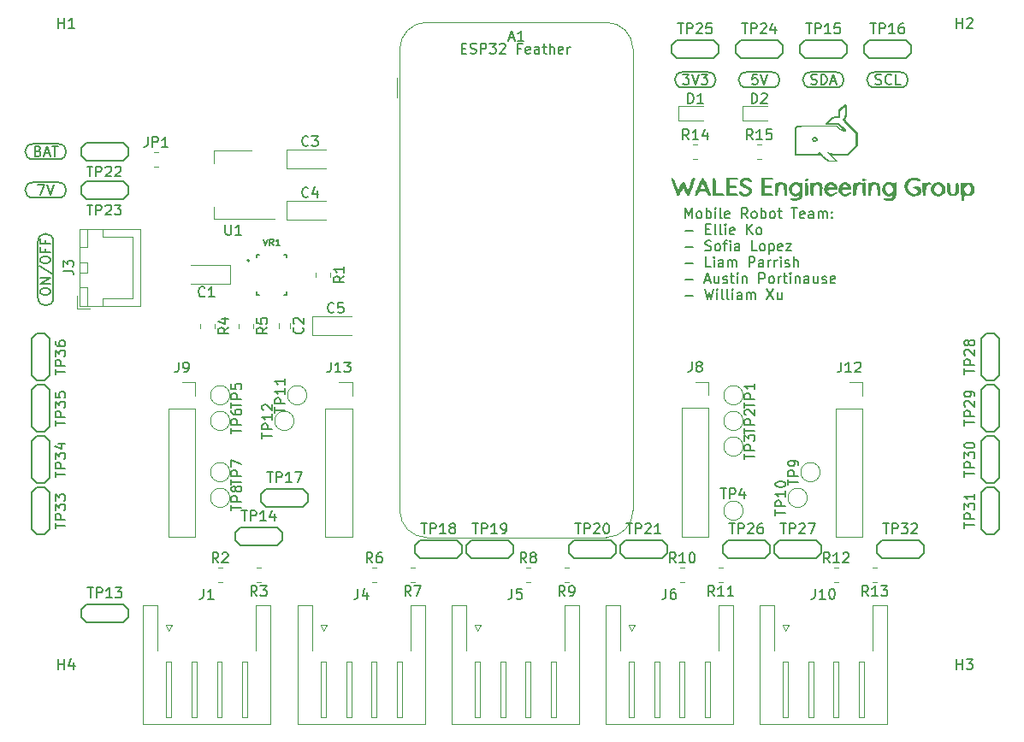
<source format=gbr>
%TF.GenerationSoftware,KiCad,Pcbnew,(6.0.6)*%
%TF.CreationDate,2024-02-28T23:36:51-08:00*%
%TF.ProjectId,Interface-PCBA,496e7465-7266-4616-9365-2d504342412e,rev?*%
%TF.SameCoordinates,PX43d3480PY49e1930*%
%TF.FileFunction,Legend,Top*%
%TF.FilePolarity,Positive*%
%FSLAX46Y46*%
G04 Gerber Fmt 4.6, Leading zero omitted, Abs format (unit mm)*
G04 Created by KiCad (PCBNEW (6.0.6)) date 2024-02-28 23:36:51*
%MOMM*%
%LPD*%
G01*
G04 APERTURE LIST*
%ADD10C,0.150000*%
%ADD11C,0.120000*%
%ADD12C,0.127000*%
%ADD13C,0.200000*%
G04 APERTURE END LIST*
D10*
X61295595Y-15477380D02*
X61295595Y-14477380D01*
X61628928Y-15191666D01*
X61962261Y-14477380D01*
X61962261Y-15477380D01*
X62581309Y-15477380D02*
X62486071Y-15429761D01*
X62438452Y-15382142D01*
X62390833Y-15286904D01*
X62390833Y-15001190D01*
X62438452Y-14905952D01*
X62486071Y-14858333D01*
X62581309Y-14810714D01*
X62724166Y-14810714D01*
X62819404Y-14858333D01*
X62867023Y-14905952D01*
X62914642Y-15001190D01*
X62914642Y-15286904D01*
X62867023Y-15382142D01*
X62819404Y-15429761D01*
X62724166Y-15477380D01*
X62581309Y-15477380D01*
X63343214Y-15477380D02*
X63343214Y-14477380D01*
X63343214Y-14858333D02*
X63438452Y-14810714D01*
X63628928Y-14810714D01*
X63724166Y-14858333D01*
X63771785Y-14905952D01*
X63819404Y-15001190D01*
X63819404Y-15286904D01*
X63771785Y-15382142D01*
X63724166Y-15429761D01*
X63628928Y-15477380D01*
X63438452Y-15477380D01*
X63343214Y-15429761D01*
X64247976Y-15477380D02*
X64247976Y-14810714D01*
X64247976Y-14477380D02*
X64200357Y-14525000D01*
X64247976Y-14572619D01*
X64295595Y-14525000D01*
X64247976Y-14477380D01*
X64247976Y-14572619D01*
X64867023Y-15477380D02*
X64771785Y-15429761D01*
X64724166Y-15334523D01*
X64724166Y-14477380D01*
X65628928Y-15429761D02*
X65533690Y-15477380D01*
X65343214Y-15477380D01*
X65247976Y-15429761D01*
X65200357Y-15334523D01*
X65200357Y-14953571D01*
X65247976Y-14858333D01*
X65343214Y-14810714D01*
X65533690Y-14810714D01*
X65628928Y-14858333D01*
X65676547Y-14953571D01*
X65676547Y-15048809D01*
X65200357Y-15144047D01*
X67438452Y-15477380D02*
X67105119Y-15001190D01*
X66867023Y-15477380D02*
X66867023Y-14477380D01*
X67247976Y-14477380D01*
X67343214Y-14525000D01*
X67390833Y-14572619D01*
X67438452Y-14667857D01*
X67438452Y-14810714D01*
X67390833Y-14905952D01*
X67343214Y-14953571D01*
X67247976Y-15001190D01*
X66867023Y-15001190D01*
X68009880Y-15477380D02*
X67914642Y-15429761D01*
X67867023Y-15382142D01*
X67819404Y-15286904D01*
X67819404Y-15001190D01*
X67867023Y-14905952D01*
X67914642Y-14858333D01*
X68009880Y-14810714D01*
X68152738Y-14810714D01*
X68247976Y-14858333D01*
X68295595Y-14905952D01*
X68343214Y-15001190D01*
X68343214Y-15286904D01*
X68295595Y-15382142D01*
X68247976Y-15429761D01*
X68152738Y-15477380D01*
X68009880Y-15477380D01*
X68771785Y-15477380D02*
X68771785Y-14477380D01*
X68771785Y-14858333D02*
X68867023Y-14810714D01*
X69057500Y-14810714D01*
X69152738Y-14858333D01*
X69200357Y-14905952D01*
X69247976Y-15001190D01*
X69247976Y-15286904D01*
X69200357Y-15382142D01*
X69152738Y-15429761D01*
X69057500Y-15477380D01*
X68867023Y-15477380D01*
X68771785Y-15429761D01*
X69819404Y-15477380D02*
X69724166Y-15429761D01*
X69676547Y-15382142D01*
X69628928Y-15286904D01*
X69628928Y-15001190D01*
X69676547Y-14905952D01*
X69724166Y-14858333D01*
X69819404Y-14810714D01*
X69962261Y-14810714D01*
X70057500Y-14858333D01*
X70105119Y-14905952D01*
X70152738Y-15001190D01*
X70152738Y-15286904D01*
X70105119Y-15382142D01*
X70057500Y-15429761D01*
X69962261Y-15477380D01*
X69819404Y-15477380D01*
X70438452Y-14810714D02*
X70819404Y-14810714D01*
X70581309Y-14477380D02*
X70581309Y-15334523D01*
X70628928Y-15429761D01*
X70724166Y-15477380D01*
X70819404Y-15477380D01*
X71771785Y-14477380D02*
X72343214Y-14477380D01*
X72057500Y-15477380D02*
X72057500Y-14477380D01*
X73057500Y-15429761D02*
X72962261Y-15477380D01*
X72771785Y-15477380D01*
X72676547Y-15429761D01*
X72628928Y-15334523D01*
X72628928Y-14953571D01*
X72676547Y-14858333D01*
X72771785Y-14810714D01*
X72962261Y-14810714D01*
X73057500Y-14858333D01*
X73105119Y-14953571D01*
X73105119Y-15048809D01*
X72628928Y-15144047D01*
X73962261Y-15477380D02*
X73962261Y-14953571D01*
X73914642Y-14858333D01*
X73819404Y-14810714D01*
X73628928Y-14810714D01*
X73533690Y-14858333D01*
X73962261Y-15429761D02*
X73867023Y-15477380D01*
X73628928Y-15477380D01*
X73533690Y-15429761D01*
X73486071Y-15334523D01*
X73486071Y-15239285D01*
X73533690Y-15144047D01*
X73628928Y-15096428D01*
X73867023Y-15096428D01*
X73962261Y-15048809D01*
X74438452Y-15477380D02*
X74438452Y-14810714D01*
X74438452Y-14905952D02*
X74486071Y-14858333D01*
X74581309Y-14810714D01*
X74724166Y-14810714D01*
X74819404Y-14858333D01*
X74867023Y-14953571D01*
X74867023Y-15477380D01*
X74867023Y-14953571D02*
X74914642Y-14858333D01*
X75009880Y-14810714D01*
X75152738Y-14810714D01*
X75247976Y-14858333D01*
X75295595Y-14953571D01*
X75295595Y-15477380D01*
X75771785Y-15382142D02*
X75819404Y-15429761D01*
X75771785Y-15477380D01*
X75724166Y-15429761D01*
X75771785Y-15382142D01*
X75771785Y-15477380D01*
X75771785Y-14858333D02*
X75819404Y-14905952D01*
X75771785Y-14953571D01*
X75724166Y-14905952D01*
X75771785Y-14858333D01*
X75771785Y-14953571D01*
X61295595Y-16706428D02*
X62057500Y-16706428D01*
X63295595Y-16563571D02*
X63628928Y-16563571D01*
X63771785Y-17087380D02*
X63295595Y-17087380D01*
X63295595Y-16087380D01*
X63771785Y-16087380D01*
X64343214Y-17087380D02*
X64247976Y-17039761D01*
X64200357Y-16944523D01*
X64200357Y-16087380D01*
X64867023Y-17087380D02*
X64771785Y-17039761D01*
X64724166Y-16944523D01*
X64724166Y-16087380D01*
X65247976Y-17087380D02*
X65247976Y-16420714D01*
X65247976Y-16087380D02*
X65200357Y-16135000D01*
X65247976Y-16182619D01*
X65295595Y-16135000D01*
X65247976Y-16087380D01*
X65247976Y-16182619D01*
X66105119Y-17039761D02*
X66009880Y-17087380D01*
X65819404Y-17087380D01*
X65724166Y-17039761D01*
X65676547Y-16944523D01*
X65676547Y-16563571D01*
X65724166Y-16468333D01*
X65819404Y-16420714D01*
X66009880Y-16420714D01*
X66105119Y-16468333D01*
X66152738Y-16563571D01*
X66152738Y-16658809D01*
X65676547Y-16754047D01*
X67343214Y-17087380D02*
X67343214Y-16087380D01*
X67914642Y-17087380D02*
X67486071Y-16515952D01*
X67914642Y-16087380D02*
X67343214Y-16658809D01*
X68486071Y-17087380D02*
X68390833Y-17039761D01*
X68343214Y-16992142D01*
X68295595Y-16896904D01*
X68295595Y-16611190D01*
X68343214Y-16515952D01*
X68390833Y-16468333D01*
X68486071Y-16420714D01*
X68628928Y-16420714D01*
X68724166Y-16468333D01*
X68771785Y-16515952D01*
X68819404Y-16611190D01*
X68819404Y-16896904D01*
X68771785Y-16992142D01*
X68724166Y-17039761D01*
X68628928Y-17087380D01*
X68486071Y-17087380D01*
X61295595Y-18316428D02*
X62057500Y-18316428D01*
X63247976Y-18649761D02*
X63390833Y-18697380D01*
X63628928Y-18697380D01*
X63724166Y-18649761D01*
X63771785Y-18602142D01*
X63819404Y-18506904D01*
X63819404Y-18411666D01*
X63771785Y-18316428D01*
X63724166Y-18268809D01*
X63628928Y-18221190D01*
X63438452Y-18173571D01*
X63343214Y-18125952D01*
X63295595Y-18078333D01*
X63247976Y-17983095D01*
X63247976Y-17887857D01*
X63295595Y-17792619D01*
X63343214Y-17745000D01*
X63438452Y-17697380D01*
X63676547Y-17697380D01*
X63819404Y-17745000D01*
X64390833Y-18697380D02*
X64295595Y-18649761D01*
X64247976Y-18602142D01*
X64200357Y-18506904D01*
X64200357Y-18221190D01*
X64247976Y-18125952D01*
X64295595Y-18078333D01*
X64390833Y-18030714D01*
X64533690Y-18030714D01*
X64628928Y-18078333D01*
X64676547Y-18125952D01*
X64724166Y-18221190D01*
X64724166Y-18506904D01*
X64676547Y-18602142D01*
X64628928Y-18649761D01*
X64533690Y-18697380D01*
X64390833Y-18697380D01*
X65009880Y-18030714D02*
X65390833Y-18030714D01*
X65152738Y-18697380D02*
X65152738Y-17840238D01*
X65200357Y-17745000D01*
X65295595Y-17697380D01*
X65390833Y-17697380D01*
X65724166Y-18697380D02*
X65724166Y-18030714D01*
X65724166Y-17697380D02*
X65676547Y-17745000D01*
X65724166Y-17792619D01*
X65771785Y-17745000D01*
X65724166Y-17697380D01*
X65724166Y-17792619D01*
X66628928Y-18697380D02*
X66628928Y-18173571D01*
X66581309Y-18078333D01*
X66486071Y-18030714D01*
X66295595Y-18030714D01*
X66200357Y-18078333D01*
X66628928Y-18649761D02*
X66533690Y-18697380D01*
X66295595Y-18697380D01*
X66200357Y-18649761D01*
X66152738Y-18554523D01*
X66152738Y-18459285D01*
X66200357Y-18364047D01*
X66295595Y-18316428D01*
X66533690Y-18316428D01*
X66628928Y-18268809D01*
X68343214Y-18697380D02*
X67867023Y-18697380D01*
X67867023Y-17697380D01*
X68819404Y-18697380D02*
X68724166Y-18649761D01*
X68676547Y-18602142D01*
X68628928Y-18506904D01*
X68628928Y-18221190D01*
X68676547Y-18125952D01*
X68724166Y-18078333D01*
X68819404Y-18030714D01*
X68962261Y-18030714D01*
X69057500Y-18078333D01*
X69105119Y-18125952D01*
X69152738Y-18221190D01*
X69152738Y-18506904D01*
X69105119Y-18602142D01*
X69057500Y-18649761D01*
X68962261Y-18697380D01*
X68819404Y-18697380D01*
X69581309Y-18030714D02*
X69581309Y-19030714D01*
X69581309Y-18078333D02*
X69676547Y-18030714D01*
X69867023Y-18030714D01*
X69962261Y-18078333D01*
X70009880Y-18125952D01*
X70057500Y-18221190D01*
X70057500Y-18506904D01*
X70009880Y-18602142D01*
X69962261Y-18649761D01*
X69867023Y-18697380D01*
X69676547Y-18697380D01*
X69581309Y-18649761D01*
X70867023Y-18649761D02*
X70771785Y-18697380D01*
X70581309Y-18697380D01*
X70486071Y-18649761D01*
X70438452Y-18554523D01*
X70438452Y-18173571D01*
X70486071Y-18078333D01*
X70581309Y-18030714D01*
X70771785Y-18030714D01*
X70867023Y-18078333D01*
X70914642Y-18173571D01*
X70914642Y-18268809D01*
X70438452Y-18364047D01*
X71247976Y-18030714D02*
X71771785Y-18030714D01*
X71247976Y-18697380D01*
X71771785Y-18697380D01*
X61295595Y-19926428D02*
X62057500Y-19926428D01*
X63771785Y-20307380D02*
X63295595Y-20307380D01*
X63295595Y-19307380D01*
X64105119Y-20307380D02*
X64105119Y-19640714D01*
X64105119Y-19307380D02*
X64057500Y-19355000D01*
X64105119Y-19402619D01*
X64152738Y-19355000D01*
X64105119Y-19307380D01*
X64105119Y-19402619D01*
X65009880Y-20307380D02*
X65009880Y-19783571D01*
X64962261Y-19688333D01*
X64867023Y-19640714D01*
X64676547Y-19640714D01*
X64581309Y-19688333D01*
X65009880Y-20259761D02*
X64914642Y-20307380D01*
X64676547Y-20307380D01*
X64581309Y-20259761D01*
X64533690Y-20164523D01*
X64533690Y-20069285D01*
X64581309Y-19974047D01*
X64676547Y-19926428D01*
X64914642Y-19926428D01*
X65009880Y-19878809D01*
X65486071Y-20307380D02*
X65486071Y-19640714D01*
X65486071Y-19735952D02*
X65533690Y-19688333D01*
X65628928Y-19640714D01*
X65771785Y-19640714D01*
X65867023Y-19688333D01*
X65914642Y-19783571D01*
X65914642Y-20307380D01*
X65914642Y-19783571D02*
X65962261Y-19688333D01*
X66057500Y-19640714D01*
X66200357Y-19640714D01*
X66295595Y-19688333D01*
X66343214Y-19783571D01*
X66343214Y-20307380D01*
X67581309Y-20307380D02*
X67581309Y-19307380D01*
X67962261Y-19307380D01*
X68057500Y-19355000D01*
X68105119Y-19402619D01*
X68152738Y-19497857D01*
X68152738Y-19640714D01*
X68105119Y-19735952D01*
X68057500Y-19783571D01*
X67962261Y-19831190D01*
X67581309Y-19831190D01*
X69009880Y-20307380D02*
X69009880Y-19783571D01*
X68962261Y-19688333D01*
X68867023Y-19640714D01*
X68676547Y-19640714D01*
X68581309Y-19688333D01*
X69009880Y-20259761D02*
X68914642Y-20307380D01*
X68676547Y-20307380D01*
X68581309Y-20259761D01*
X68533690Y-20164523D01*
X68533690Y-20069285D01*
X68581309Y-19974047D01*
X68676547Y-19926428D01*
X68914642Y-19926428D01*
X69009880Y-19878809D01*
X69486071Y-20307380D02*
X69486071Y-19640714D01*
X69486071Y-19831190D02*
X69533690Y-19735952D01*
X69581309Y-19688333D01*
X69676547Y-19640714D01*
X69771785Y-19640714D01*
X70105119Y-20307380D02*
X70105119Y-19640714D01*
X70105119Y-19831190D02*
X70152738Y-19735952D01*
X70200357Y-19688333D01*
X70295595Y-19640714D01*
X70390833Y-19640714D01*
X70724166Y-20307380D02*
X70724166Y-19640714D01*
X70724166Y-19307380D02*
X70676547Y-19355000D01*
X70724166Y-19402619D01*
X70771785Y-19355000D01*
X70724166Y-19307380D01*
X70724166Y-19402619D01*
X71152738Y-20259761D02*
X71247976Y-20307380D01*
X71438452Y-20307380D01*
X71533690Y-20259761D01*
X71581309Y-20164523D01*
X71581309Y-20116904D01*
X71533690Y-20021666D01*
X71438452Y-19974047D01*
X71295595Y-19974047D01*
X71200357Y-19926428D01*
X71152738Y-19831190D01*
X71152738Y-19783571D01*
X71200357Y-19688333D01*
X71295595Y-19640714D01*
X71438452Y-19640714D01*
X71533690Y-19688333D01*
X72009880Y-20307380D02*
X72009880Y-19307380D01*
X72438452Y-20307380D02*
X72438452Y-19783571D01*
X72390833Y-19688333D01*
X72295595Y-19640714D01*
X72152738Y-19640714D01*
X72057500Y-19688333D01*
X72009880Y-19735952D01*
X61295595Y-21536428D02*
X62057500Y-21536428D01*
X63247976Y-21631666D02*
X63724166Y-21631666D01*
X63152738Y-21917380D02*
X63486071Y-20917380D01*
X63819404Y-21917380D01*
X64581309Y-21250714D02*
X64581309Y-21917380D01*
X64152738Y-21250714D02*
X64152738Y-21774523D01*
X64200357Y-21869761D01*
X64295595Y-21917380D01*
X64438452Y-21917380D01*
X64533690Y-21869761D01*
X64581309Y-21822142D01*
X65009880Y-21869761D02*
X65105119Y-21917380D01*
X65295595Y-21917380D01*
X65390833Y-21869761D01*
X65438452Y-21774523D01*
X65438452Y-21726904D01*
X65390833Y-21631666D01*
X65295595Y-21584047D01*
X65152738Y-21584047D01*
X65057500Y-21536428D01*
X65009880Y-21441190D01*
X65009880Y-21393571D01*
X65057500Y-21298333D01*
X65152738Y-21250714D01*
X65295595Y-21250714D01*
X65390833Y-21298333D01*
X65724166Y-21250714D02*
X66105119Y-21250714D01*
X65867023Y-20917380D02*
X65867023Y-21774523D01*
X65914642Y-21869761D01*
X66009880Y-21917380D01*
X66105119Y-21917380D01*
X66438452Y-21917380D02*
X66438452Y-21250714D01*
X66438452Y-20917380D02*
X66390833Y-20965000D01*
X66438452Y-21012619D01*
X66486071Y-20965000D01*
X66438452Y-20917380D01*
X66438452Y-21012619D01*
X66914642Y-21250714D02*
X66914642Y-21917380D01*
X66914642Y-21345952D02*
X66962261Y-21298333D01*
X67057500Y-21250714D01*
X67200357Y-21250714D01*
X67295595Y-21298333D01*
X67343214Y-21393571D01*
X67343214Y-21917380D01*
X68581309Y-21917380D02*
X68581309Y-20917380D01*
X68962261Y-20917380D01*
X69057500Y-20965000D01*
X69105119Y-21012619D01*
X69152738Y-21107857D01*
X69152738Y-21250714D01*
X69105119Y-21345952D01*
X69057500Y-21393571D01*
X68962261Y-21441190D01*
X68581309Y-21441190D01*
X69724166Y-21917380D02*
X69628928Y-21869761D01*
X69581309Y-21822142D01*
X69533690Y-21726904D01*
X69533690Y-21441190D01*
X69581309Y-21345952D01*
X69628928Y-21298333D01*
X69724166Y-21250714D01*
X69867023Y-21250714D01*
X69962261Y-21298333D01*
X70009880Y-21345952D01*
X70057500Y-21441190D01*
X70057500Y-21726904D01*
X70009880Y-21822142D01*
X69962261Y-21869761D01*
X69867023Y-21917380D01*
X69724166Y-21917380D01*
X70486071Y-21917380D02*
X70486071Y-21250714D01*
X70486071Y-21441190D02*
X70533690Y-21345952D01*
X70581309Y-21298333D01*
X70676547Y-21250714D01*
X70771785Y-21250714D01*
X70962261Y-21250714D02*
X71343214Y-21250714D01*
X71105119Y-20917380D02*
X71105119Y-21774523D01*
X71152738Y-21869761D01*
X71247976Y-21917380D01*
X71343214Y-21917380D01*
X71676547Y-21917380D02*
X71676547Y-21250714D01*
X71676547Y-20917380D02*
X71628928Y-20965000D01*
X71676547Y-21012619D01*
X71724166Y-20965000D01*
X71676547Y-20917380D01*
X71676547Y-21012619D01*
X72152738Y-21250714D02*
X72152738Y-21917380D01*
X72152738Y-21345952D02*
X72200357Y-21298333D01*
X72295595Y-21250714D01*
X72438452Y-21250714D01*
X72533690Y-21298333D01*
X72581309Y-21393571D01*
X72581309Y-21917380D01*
X73486071Y-21917380D02*
X73486071Y-21393571D01*
X73438452Y-21298333D01*
X73343214Y-21250714D01*
X73152738Y-21250714D01*
X73057500Y-21298333D01*
X73486071Y-21869761D02*
X73390833Y-21917380D01*
X73152738Y-21917380D01*
X73057500Y-21869761D01*
X73009880Y-21774523D01*
X73009880Y-21679285D01*
X73057500Y-21584047D01*
X73152738Y-21536428D01*
X73390833Y-21536428D01*
X73486071Y-21488809D01*
X74390833Y-21250714D02*
X74390833Y-21917380D01*
X73962261Y-21250714D02*
X73962261Y-21774523D01*
X74009880Y-21869761D01*
X74105119Y-21917380D01*
X74247976Y-21917380D01*
X74343214Y-21869761D01*
X74390833Y-21822142D01*
X74819404Y-21869761D02*
X74914642Y-21917380D01*
X75105119Y-21917380D01*
X75200357Y-21869761D01*
X75247976Y-21774523D01*
X75247976Y-21726904D01*
X75200357Y-21631666D01*
X75105119Y-21584047D01*
X74962261Y-21584047D01*
X74867023Y-21536428D01*
X74819404Y-21441190D01*
X74819404Y-21393571D01*
X74867023Y-21298333D01*
X74962261Y-21250714D01*
X75105119Y-21250714D01*
X75200357Y-21298333D01*
X76057500Y-21869761D02*
X75962261Y-21917380D01*
X75771785Y-21917380D01*
X75676547Y-21869761D01*
X75628928Y-21774523D01*
X75628928Y-21393571D01*
X75676547Y-21298333D01*
X75771785Y-21250714D01*
X75962261Y-21250714D01*
X76057500Y-21298333D01*
X76105119Y-21393571D01*
X76105119Y-21488809D01*
X75628928Y-21584047D01*
X61295595Y-23146428D02*
X62057500Y-23146428D01*
X63200357Y-22527380D02*
X63438452Y-23527380D01*
X63628928Y-22813095D01*
X63819404Y-23527380D01*
X64057500Y-22527380D01*
X64438452Y-23527380D02*
X64438452Y-22860714D01*
X64438452Y-22527380D02*
X64390833Y-22575000D01*
X64438452Y-22622619D01*
X64486071Y-22575000D01*
X64438452Y-22527380D01*
X64438452Y-22622619D01*
X65057500Y-23527380D02*
X64962261Y-23479761D01*
X64914642Y-23384523D01*
X64914642Y-22527380D01*
X65581309Y-23527380D02*
X65486071Y-23479761D01*
X65438452Y-23384523D01*
X65438452Y-22527380D01*
X65962261Y-23527380D02*
X65962261Y-22860714D01*
X65962261Y-22527380D02*
X65914642Y-22575000D01*
X65962261Y-22622619D01*
X66009880Y-22575000D01*
X65962261Y-22527380D01*
X65962261Y-22622619D01*
X66867023Y-23527380D02*
X66867023Y-23003571D01*
X66819404Y-22908333D01*
X66724166Y-22860714D01*
X66533690Y-22860714D01*
X66438452Y-22908333D01*
X66867023Y-23479761D02*
X66771785Y-23527380D01*
X66533690Y-23527380D01*
X66438452Y-23479761D01*
X66390833Y-23384523D01*
X66390833Y-23289285D01*
X66438452Y-23194047D01*
X66533690Y-23146428D01*
X66771785Y-23146428D01*
X66867023Y-23098809D01*
X67343214Y-23527380D02*
X67343214Y-22860714D01*
X67343214Y-22955952D02*
X67390833Y-22908333D01*
X67486071Y-22860714D01*
X67628928Y-22860714D01*
X67724166Y-22908333D01*
X67771785Y-23003571D01*
X67771785Y-23527380D01*
X67771785Y-23003571D02*
X67819404Y-22908333D01*
X67914642Y-22860714D01*
X68057500Y-22860714D01*
X68152738Y-22908333D01*
X68200357Y-23003571D01*
X68200357Y-23527380D01*
X69343214Y-22527380D02*
X70009880Y-23527380D01*
X70009880Y-22527380D02*
X69343214Y-23527380D01*
X70819404Y-22860714D02*
X70819404Y-23527380D01*
X70390833Y-22860714D02*
X70390833Y-23384523D01*
X70438452Y-23479761D01*
X70533690Y-23527380D01*
X70676547Y-23527380D01*
X70771785Y-23479761D01*
X70819404Y-23432142D01*
X-3302000Y-11938000D02*
G75*
G03*
X-3302000Y-13462000I0J-762000D01*
G01*
X-762000Y-13462000D02*
G75*
G03*
X-762000Y-11938000I0J762000D01*
G01*
X-3302000Y-11938000D02*
X-762000Y-11938000D01*
X-3302000Y-13462000D02*
X-762000Y-13462000D01*
X-2793905Y-12152380D02*
X-2127239Y-12152380D01*
X-2555810Y-13152380D01*
X-1889143Y-12152380D02*
X-1555810Y-13152380D01*
X-1222477Y-12152380D01*
X-3302000Y-8128000D02*
G75*
G03*
X-3302000Y-9652000I0J-762000D01*
G01*
X-762000Y-9652000D02*
G75*
G03*
X-762000Y-8128000I0J762000D01*
G01*
X-3302000Y-8128000D02*
X-762000Y-8128000D01*
X-3302000Y-9652000D02*
X-762000Y-9652000D01*
X-2770096Y-8818571D02*
X-2627239Y-8866190D01*
X-2579620Y-8913809D01*
X-2532000Y-9009047D01*
X-2532000Y-9151904D01*
X-2579620Y-9247142D01*
X-2627239Y-9294761D01*
X-2722477Y-9342380D01*
X-3103429Y-9342380D01*
X-3103429Y-8342380D01*
X-2770096Y-8342380D01*
X-2674858Y-8390000D01*
X-2627239Y-8437619D01*
X-2579620Y-8532857D01*
X-2579620Y-8628095D01*
X-2627239Y-8723333D01*
X-2674858Y-8770952D01*
X-2770096Y-8818571D01*
X-3103429Y-8818571D01*
X-2151048Y-9056666D02*
X-1674858Y-9056666D01*
X-2246286Y-9342380D02*
X-1912953Y-8342380D01*
X-1579620Y-9342380D01*
X-1389143Y-8342380D02*
X-817715Y-8342380D01*
X-1103429Y-9342380D02*
X-1103429Y-8342380D01*
X39140476Y1341429D02*
X39473809Y1341429D01*
X39616666Y817620D02*
X39140476Y817620D01*
X39140476Y1817620D01*
X39616666Y1817620D01*
X39997619Y865239D02*
X40140476Y817620D01*
X40378571Y817620D01*
X40473809Y865239D01*
X40521428Y912858D01*
X40569047Y1008096D01*
X40569047Y1103334D01*
X40521428Y1198572D01*
X40473809Y1246191D01*
X40378571Y1293810D01*
X40188095Y1341429D01*
X40092857Y1389048D01*
X40045238Y1436667D01*
X39997619Y1531905D01*
X39997619Y1627143D01*
X40045238Y1722381D01*
X40092857Y1770000D01*
X40188095Y1817620D01*
X40426190Y1817620D01*
X40569047Y1770000D01*
X40997619Y817620D02*
X40997619Y1817620D01*
X41378571Y1817620D01*
X41473809Y1770000D01*
X41521428Y1722381D01*
X41569047Y1627143D01*
X41569047Y1484286D01*
X41521428Y1389048D01*
X41473809Y1341429D01*
X41378571Y1293810D01*
X40997619Y1293810D01*
X41902380Y1817620D02*
X42521428Y1817620D01*
X42188095Y1436667D01*
X42330952Y1436667D01*
X42426190Y1389048D01*
X42473809Y1341429D01*
X42521428Y1246191D01*
X42521428Y1008096D01*
X42473809Y912858D01*
X42426190Y865239D01*
X42330952Y817620D01*
X42045238Y817620D01*
X41950000Y865239D01*
X41902380Y912858D01*
X42902380Y1722381D02*
X42950000Y1770000D01*
X43045238Y1817620D01*
X43283333Y1817620D01*
X43378571Y1770000D01*
X43426190Y1722381D01*
X43473809Y1627143D01*
X43473809Y1531905D01*
X43426190Y1389048D01*
X42854761Y817620D01*
X43473809Y817620D01*
X44997619Y1341429D02*
X44664285Y1341429D01*
X44664285Y817620D02*
X44664285Y1817620D01*
X45140476Y1817620D01*
X45902380Y865239D02*
X45807142Y817620D01*
X45616666Y817620D01*
X45521428Y865239D01*
X45473809Y960477D01*
X45473809Y1341429D01*
X45521428Y1436667D01*
X45616666Y1484286D01*
X45807142Y1484286D01*
X45902380Y1436667D01*
X45950000Y1341429D01*
X45950000Y1246191D01*
X45473809Y1150953D01*
X46807142Y817620D02*
X46807142Y1341429D01*
X46759523Y1436667D01*
X46664285Y1484286D01*
X46473809Y1484286D01*
X46378571Y1436667D01*
X46807142Y865239D02*
X46711904Y817620D01*
X46473809Y817620D01*
X46378571Y865239D01*
X46330952Y960477D01*
X46330952Y1055715D01*
X46378571Y1150953D01*
X46473809Y1198572D01*
X46711904Y1198572D01*
X46807142Y1246191D01*
X47140476Y1484286D02*
X47521428Y1484286D01*
X47283333Y1817620D02*
X47283333Y960477D01*
X47330952Y865239D01*
X47426190Y817620D01*
X47521428Y817620D01*
X47854761Y817620D02*
X47854761Y1817620D01*
X48283333Y817620D02*
X48283333Y1341429D01*
X48235714Y1436667D01*
X48140476Y1484286D01*
X47997619Y1484286D01*
X47902380Y1436667D01*
X47854761Y1389048D01*
X49140476Y865239D02*
X49045238Y817620D01*
X48854761Y817620D01*
X48759523Y865239D01*
X48711904Y960477D01*
X48711904Y1341429D01*
X48759523Y1436667D01*
X48854761Y1484286D01*
X49045238Y1484286D01*
X49140476Y1436667D01*
X49188095Y1341429D01*
X49188095Y1246191D01*
X48711904Y1150953D01*
X49616666Y817620D02*
X49616666Y1484286D01*
X49616666Y1293810D02*
X49664285Y1389048D01*
X49711904Y1436667D01*
X49807142Y1484286D01*
X49902380Y1484286D01*
X67310000Y-1016000D02*
G75*
G03*
X67310000Y-2540000I0J-762000D01*
G01*
X67310000Y-1016000D02*
X69850000Y-1016000D01*
X67310000Y-2540000D02*
X69850000Y-2540000D01*
X68389523Y-1230380D02*
X67913333Y-1230380D01*
X67865714Y-1706571D01*
X67913333Y-1658952D01*
X68008571Y-1611333D01*
X68246666Y-1611333D01*
X68341904Y-1658952D01*
X68389523Y-1706571D01*
X68437142Y-1801809D01*
X68437142Y-2039904D01*
X68389523Y-2135142D01*
X68341904Y-2182761D01*
X68246666Y-2230380D01*
X68008571Y-2230380D01*
X67913333Y-2182761D01*
X67865714Y-2135142D01*
X68722857Y-1230380D02*
X69056190Y-2230380D01*
X69389523Y-1230380D01*
X69850000Y-2540000D02*
G75*
G03*
X69850000Y-1016000I0J762000D01*
G01*
X60990000Y-1016000D02*
G75*
G03*
X60990000Y-2540000I0J-762000D01*
G01*
X60990000Y-1016000D02*
X63530000Y-1016000D01*
X60990000Y-2540000D02*
X63530000Y-2540000D01*
X61021904Y-1230380D02*
X61640952Y-1230380D01*
X61307619Y-1611333D01*
X61450476Y-1611333D01*
X61545714Y-1658952D01*
X61593333Y-1706571D01*
X61640952Y-1801809D01*
X61640952Y-2039904D01*
X61593333Y-2135142D01*
X61545714Y-2182761D01*
X61450476Y-2230380D01*
X61164761Y-2230380D01*
X61069523Y-2182761D01*
X61021904Y-2135142D01*
X61926666Y-1230380D02*
X62260000Y-2230380D01*
X62593333Y-1230380D01*
X62831428Y-1230380D02*
X63450476Y-1230380D01*
X63117142Y-1611333D01*
X63260000Y-1611333D01*
X63355238Y-1658952D01*
X63402857Y-1706571D01*
X63450476Y-1801809D01*
X63450476Y-2039904D01*
X63402857Y-2135142D01*
X63355238Y-2182761D01*
X63260000Y-2230380D01*
X62974285Y-2230380D01*
X62879047Y-2182761D01*
X62831428Y-2135142D01*
X63530000Y-2540000D02*
G75*
G03*
X63530000Y-1016000I0J762000D01*
G01*
X-1270000Y-23368000D02*
X-1270000Y-17780000D01*
X80010000Y-2540000D02*
X82550000Y-2540000D01*
X-2794000Y-23368000D02*
G75*
G03*
X-1270000Y-23368000I762000J0D01*
G01*
X-1270000Y-17780000D02*
G75*
G03*
X-2794000Y-17780000I-762000J0D01*
G01*
X80010000Y-1016000D02*
X82550000Y-1016000D01*
X82550000Y-2540000D02*
G75*
G03*
X82550000Y-1016000I0J762000D01*
G01*
X76200000Y-2540000D02*
G75*
G03*
X76200000Y-1016000I0J762000D01*
G01*
X73660000Y-1016000D02*
X76200000Y-1016000D01*
X80010000Y-1016000D02*
G75*
G03*
X80010000Y-2540000I0J-762000D01*
G01*
X73660000Y-2540000D02*
X76200000Y-2540000D01*
X-2794000Y-23368000D02*
X-2794000Y-17780000D01*
X73660000Y-1016000D02*
G75*
G03*
X73660000Y-2540000I0J-762000D01*
G01*
X80089523Y-2182761D02*
X80232380Y-2230380D01*
X80470476Y-2230380D01*
X80565714Y-2182761D01*
X80613333Y-2135142D01*
X80660952Y-2039904D01*
X80660952Y-1944666D01*
X80613333Y-1849428D01*
X80565714Y-1801809D01*
X80470476Y-1754190D01*
X80280000Y-1706571D01*
X80184761Y-1658952D01*
X80137142Y-1611333D01*
X80089523Y-1516095D01*
X80089523Y-1420857D01*
X80137142Y-1325619D01*
X80184761Y-1278000D01*
X80280000Y-1230380D01*
X80518095Y-1230380D01*
X80660952Y-1278000D01*
X81660952Y-2135142D02*
X81613333Y-2182761D01*
X81470476Y-2230380D01*
X81375238Y-2230380D01*
X81232380Y-2182761D01*
X81137142Y-2087523D01*
X81089523Y-1992285D01*
X81041904Y-1801809D01*
X81041904Y-1658952D01*
X81089523Y-1468476D01*
X81137142Y-1373238D01*
X81232380Y-1278000D01*
X81375238Y-1230380D01*
X81470476Y-1230380D01*
X81613333Y-1278000D01*
X81660952Y-1325619D01*
X82565714Y-2230380D02*
X82089523Y-2230380D01*
X82089523Y-1230380D01*
X73715714Y-2182761D02*
X73858571Y-2230380D01*
X74096666Y-2230380D01*
X74191904Y-2182761D01*
X74239523Y-2135142D01*
X74287142Y-2039904D01*
X74287142Y-1944666D01*
X74239523Y-1849428D01*
X74191904Y-1801809D01*
X74096666Y-1754190D01*
X73906190Y-1706571D01*
X73810952Y-1658952D01*
X73763333Y-1611333D01*
X73715714Y-1516095D01*
X73715714Y-1420857D01*
X73763333Y-1325619D01*
X73810952Y-1278000D01*
X73906190Y-1230380D01*
X74144285Y-1230380D01*
X74287142Y-1278000D01*
X74715714Y-2230380D02*
X74715714Y-1230380D01*
X74953809Y-1230380D01*
X75096666Y-1278000D01*
X75191904Y-1373238D01*
X75239523Y-1468476D01*
X75287142Y-1658952D01*
X75287142Y-1801809D01*
X75239523Y-1992285D01*
X75191904Y-2087523D01*
X75096666Y-2182761D01*
X74953809Y-2230380D01*
X74715714Y-2230380D01*
X75668095Y-1944666D02*
X76144285Y-1944666D01*
X75572857Y-2230380D02*
X75906190Y-1230380D01*
X76239523Y-2230380D01*
X-2579620Y-22843809D02*
X-2579620Y-22653333D01*
X-2532000Y-22558095D01*
X-2436762Y-22462857D01*
X-2246286Y-22415238D01*
X-1912953Y-22415238D01*
X-1722477Y-22462857D01*
X-1627239Y-22558095D01*
X-1579620Y-22653333D01*
X-1579620Y-22843809D01*
X-1627239Y-22939047D01*
X-1722477Y-23034285D01*
X-1912953Y-23081904D01*
X-2246286Y-23081904D01*
X-2436762Y-23034285D01*
X-2532000Y-22939047D01*
X-2579620Y-22843809D01*
X-1579620Y-21986666D02*
X-2579620Y-21986666D01*
X-1579620Y-21415238D01*
X-2579620Y-21415238D01*
X-2627239Y-20224761D02*
X-1341524Y-21081904D01*
X-2579620Y-19700952D02*
X-2579620Y-19510476D01*
X-2532000Y-19415238D01*
X-2436762Y-19320000D01*
X-2246286Y-19272380D01*
X-1912953Y-19272380D01*
X-1722477Y-19320000D01*
X-1627239Y-19415238D01*
X-1579620Y-19510476D01*
X-1579620Y-19700952D01*
X-1627239Y-19796190D01*
X-1722477Y-19891428D01*
X-1912953Y-19939047D01*
X-2246286Y-19939047D01*
X-2436762Y-19891428D01*
X-2532000Y-19796190D01*
X-2579620Y-19700952D01*
X-2103429Y-18510476D02*
X-2103429Y-18843809D01*
X-1579620Y-18843809D02*
X-2579620Y-18843809D01*
X-2579620Y-18367619D01*
X-2103429Y-17653333D02*
X-2103429Y-17986666D01*
X-1579620Y-17986666D02*
X-2579620Y-17986666D01*
X-2579620Y-17510476D01*
%TO.C,J12*%
X76685476Y-29727380D02*
X76685476Y-30441666D01*
X76637857Y-30584523D01*
X76542619Y-30679761D01*
X76399761Y-30727380D01*
X76304523Y-30727380D01*
X77685476Y-30727380D02*
X77114047Y-30727380D01*
X77399761Y-30727380D02*
X77399761Y-29727380D01*
X77304523Y-29870238D01*
X77209285Y-29965476D01*
X77114047Y-30013095D01*
X78066428Y-29822619D02*
X78114047Y-29775000D01*
X78209285Y-29727380D01*
X78447380Y-29727380D01*
X78542619Y-29775000D01*
X78590238Y-29822619D01*
X78637857Y-29917857D01*
X78637857Y-30013095D01*
X78590238Y-30155952D01*
X78018809Y-30727380D01*
X78637857Y-30727380D01*
%TO.C,R1*%
X27502380Y-21231666D02*
X27026190Y-21565000D01*
X27502380Y-21803095D02*
X26502380Y-21803095D01*
X26502380Y-21422142D01*
X26550000Y-21326904D01*
X26597619Y-21279285D01*
X26692857Y-21231666D01*
X26835714Y-21231666D01*
X26930952Y-21279285D01*
X26978571Y-21326904D01*
X27026190Y-21422142D01*
X27026190Y-21803095D01*
X27502380Y-20279285D02*
X27502380Y-20850714D01*
X27502380Y-20565000D02*
X26502380Y-20565000D01*
X26645238Y-20660238D01*
X26740476Y-20755476D01*
X26788095Y-20850714D01*
%TO.C,JP1*%
X8056666Y-7437380D02*
X8056666Y-8151666D01*
X8009047Y-8294523D01*
X7913809Y-8389761D01*
X7770952Y-8437380D01*
X7675714Y-8437380D01*
X8532857Y-8437380D02*
X8532857Y-7437380D01*
X8913809Y-7437380D01*
X9009047Y-7485000D01*
X9056666Y-7532619D01*
X9104285Y-7627857D01*
X9104285Y-7770714D01*
X9056666Y-7865952D01*
X9009047Y-7913571D01*
X8913809Y-7961190D01*
X8532857Y-7961190D01*
X10056666Y-8437380D02*
X9485238Y-8437380D01*
X9770952Y-8437380D02*
X9770952Y-7437380D01*
X9675714Y-7580238D01*
X9580476Y-7675476D01*
X9485238Y-7723095D01*
%TO.C,J9*%
X11121666Y-29727380D02*
X11121666Y-30441666D01*
X11074047Y-30584523D01*
X10978809Y-30679761D01*
X10835952Y-30727380D01*
X10740714Y-30727380D01*
X11645476Y-30727380D02*
X11835952Y-30727380D01*
X11931190Y-30679761D01*
X11978809Y-30632142D01*
X12074047Y-30489285D01*
X12121666Y-30298809D01*
X12121666Y-29917857D01*
X12074047Y-29822619D01*
X12026428Y-29775000D01*
X11931190Y-29727380D01*
X11740714Y-29727380D01*
X11645476Y-29775000D01*
X11597857Y-29822619D01*
X11550238Y-29917857D01*
X11550238Y-30155952D01*
X11597857Y-30251190D01*
X11645476Y-30298809D01*
X11740714Y-30346428D01*
X11931190Y-30346428D01*
X12026428Y-30298809D01*
X12074047Y-30251190D01*
X12121666Y-30155952D01*
%TO.C,C5*%
X26503333Y-24752142D02*
X26455714Y-24799761D01*
X26312857Y-24847380D01*
X26217619Y-24847380D01*
X26074761Y-24799761D01*
X25979523Y-24704523D01*
X25931904Y-24609285D01*
X25884285Y-24418809D01*
X25884285Y-24275952D01*
X25931904Y-24085476D01*
X25979523Y-23990238D01*
X26074761Y-23895000D01*
X26217619Y-23847380D01*
X26312857Y-23847380D01*
X26455714Y-23895000D01*
X26503333Y-23942619D01*
X27408095Y-23847380D02*
X26931904Y-23847380D01*
X26884285Y-24323571D01*
X26931904Y-24275952D01*
X27027142Y-24228333D01*
X27265238Y-24228333D01*
X27360476Y-24275952D01*
X27408095Y-24323571D01*
X27455714Y-24418809D01*
X27455714Y-24656904D01*
X27408095Y-24752142D01*
X27360476Y-24799761D01*
X27265238Y-24847380D01*
X27027142Y-24847380D01*
X26931904Y-24799761D01*
X26884285Y-24752142D01*
%TO.C,TP1*%
X67140380Y-34281904D02*
X67140380Y-33710476D01*
X68140380Y-33996190D02*
X67140380Y-33996190D01*
X68140380Y-33377142D02*
X67140380Y-33377142D01*
X67140380Y-32996190D01*
X67188000Y-32900952D01*
X67235619Y-32853333D01*
X67330857Y-32805714D01*
X67473714Y-32805714D01*
X67568952Y-32853333D01*
X67616571Y-32900952D01*
X67664190Y-32996190D01*
X67664190Y-33377142D01*
X68140380Y-31853333D02*
X68140380Y-32424761D01*
X68140380Y-32139047D02*
X67140380Y-32139047D01*
X67283238Y-32234285D01*
X67378476Y-32329523D01*
X67426095Y-32424761D01*
%TO.C,R14*%
X61617142Y-7692380D02*
X61283809Y-7216190D01*
X61045714Y-7692380D02*
X61045714Y-6692380D01*
X61426666Y-6692380D01*
X61521904Y-6740000D01*
X61569523Y-6787619D01*
X61617142Y-6882857D01*
X61617142Y-7025714D01*
X61569523Y-7120952D01*
X61521904Y-7168571D01*
X61426666Y-7216190D01*
X61045714Y-7216190D01*
X62569523Y-7692380D02*
X61998095Y-7692380D01*
X62283809Y-7692380D02*
X62283809Y-6692380D01*
X62188571Y-6835238D01*
X62093333Y-6930476D01*
X61998095Y-6978095D01*
X63426666Y-7025714D02*
X63426666Y-7692380D01*
X63188571Y-6644761D02*
X62950476Y-7359047D01*
X63569523Y-7359047D01*
%TO.C,TP14*%
X17341904Y-44442380D02*
X17913333Y-44442380D01*
X17627619Y-45442380D02*
X17627619Y-44442380D01*
X18246666Y-45442380D02*
X18246666Y-44442380D01*
X18627619Y-44442380D01*
X18722857Y-44490000D01*
X18770476Y-44537619D01*
X18818095Y-44632857D01*
X18818095Y-44775714D01*
X18770476Y-44870952D01*
X18722857Y-44918571D01*
X18627619Y-44966190D01*
X18246666Y-44966190D01*
X19770476Y-45442380D02*
X19199047Y-45442380D01*
X19484761Y-45442380D02*
X19484761Y-44442380D01*
X19389523Y-44585238D01*
X19294285Y-44680476D01*
X19199047Y-44728095D01*
X20627619Y-44775714D02*
X20627619Y-45442380D01*
X20389523Y-44394761D02*
X20151428Y-45109047D01*
X20770476Y-45109047D01*
%TO.C,TP24*%
X66871904Y3817620D02*
X67443333Y3817620D01*
X67157619Y2817620D02*
X67157619Y3817620D01*
X67776666Y2817620D02*
X67776666Y3817620D01*
X68157619Y3817620D01*
X68252857Y3770000D01*
X68300476Y3722381D01*
X68348095Y3627143D01*
X68348095Y3484286D01*
X68300476Y3389048D01*
X68252857Y3341429D01*
X68157619Y3293810D01*
X67776666Y3293810D01*
X68729047Y3722381D02*
X68776666Y3770000D01*
X68871904Y3817620D01*
X69110000Y3817620D01*
X69205238Y3770000D01*
X69252857Y3722381D01*
X69300476Y3627143D01*
X69300476Y3531905D01*
X69252857Y3389048D01*
X68681428Y2817620D01*
X69300476Y2817620D01*
X70157619Y3484286D02*
X70157619Y2817620D01*
X69919523Y3865239D02*
X69681428Y3150953D01*
X70300476Y3150953D01*
%TO.C,J8*%
X61921666Y-29702380D02*
X61921666Y-30416666D01*
X61874047Y-30559523D01*
X61778809Y-30654761D01*
X61635952Y-30702380D01*
X61540714Y-30702380D01*
X62540714Y-30130952D02*
X62445476Y-30083333D01*
X62397857Y-30035714D01*
X62350238Y-29940476D01*
X62350238Y-29892857D01*
X62397857Y-29797619D01*
X62445476Y-29750000D01*
X62540714Y-29702380D01*
X62731190Y-29702380D01*
X62826428Y-29750000D01*
X62874047Y-29797619D01*
X62921666Y-29892857D01*
X62921666Y-29940476D01*
X62874047Y-30035714D01*
X62826428Y-30083333D01*
X62731190Y-30130952D01*
X62540714Y-30130952D01*
X62445476Y-30178571D01*
X62397857Y-30226190D01*
X62350238Y-30321428D01*
X62350238Y-30511904D01*
X62397857Y-30607142D01*
X62445476Y-30654761D01*
X62540714Y-30702380D01*
X62731190Y-30702380D01*
X62826428Y-30654761D01*
X62874047Y-30607142D01*
X62921666Y-30511904D01*
X62921666Y-30321428D01*
X62874047Y-30226190D01*
X62826428Y-30178571D01*
X62731190Y-30130952D01*
%TO.C,J4*%
X28876666Y-52192380D02*
X28876666Y-52906666D01*
X28829047Y-53049523D01*
X28733809Y-53144761D01*
X28590952Y-53192380D01*
X28495714Y-53192380D01*
X29781428Y-52525714D02*
X29781428Y-53192380D01*
X29543333Y-52144761D02*
X29305238Y-52859047D01*
X29924285Y-52859047D01*
%TO.C,TP3*%
X67140380Y-39361904D02*
X67140380Y-38790476D01*
X68140380Y-39076190D02*
X67140380Y-39076190D01*
X68140380Y-38457142D02*
X67140380Y-38457142D01*
X67140380Y-38076190D01*
X67188000Y-37980952D01*
X67235619Y-37933333D01*
X67330857Y-37885714D01*
X67473714Y-37885714D01*
X67568952Y-37933333D01*
X67616571Y-37980952D01*
X67664190Y-38076190D01*
X67664190Y-38457142D01*
X67140380Y-37552380D02*
X67140380Y-36933333D01*
X67521333Y-37266666D01*
X67521333Y-37123809D01*
X67568952Y-37028571D01*
X67616571Y-36980952D01*
X67711809Y-36933333D01*
X67949904Y-36933333D01*
X68045142Y-36980952D01*
X68092761Y-37028571D01*
X68140380Y-37123809D01*
X68140380Y-37409523D01*
X68092761Y-37504761D01*
X68045142Y-37552380D01*
%TO.C,TP6*%
X16340380Y-36821904D02*
X16340380Y-36250476D01*
X17340380Y-36536190D02*
X16340380Y-36536190D01*
X17340380Y-35917142D02*
X16340380Y-35917142D01*
X16340380Y-35536190D01*
X16388000Y-35440952D01*
X16435619Y-35393333D01*
X16530857Y-35345714D01*
X16673714Y-35345714D01*
X16768952Y-35393333D01*
X16816571Y-35440952D01*
X16864190Y-35536190D01*
X16864190Y-35917142D01*
X16340380Y-34488571D02*
X16340380Y-34679047D01*
X16388000Y-34774285D01*
X16435619Y-34821904D01*
X16578476Y-34917142D01*
X16768952Y-34964761D01*
X17149904Y-34964761D01*
X17245142Y-34917142D01*
X17292761Y-34869523D01*
X17340380Y-34774285D01*
X17340380Y-34583809D01*
X17292761Y-34488571D01*
X17245142Y-34440952D01*
X17149904Y-34393333D01*
X16911809Y-34393333D01*
X16816571Y-34440952D01*
X16768952Y-34488571D01*
X16721333Y-34583809D01*
X16721333Y-34774285D01*
X16768952Y-34869523D01*
X16816571Y-34917142D01*
X16911809Y-34964761D01*
%TO.C,H4*%
X-761905Y-60152380D02*
X-761905Y-59152380D01*
X-761905Y-59628571D02*
X-190477Y-59628571D01*
X-190477Y-60152380D02*
X-190477Y-59152380D01*
X714285Y-59485714D02*
X714285Y-60152380D01*
X476190Y-59104761D02*
X238095Y-59819047D01*
X857142Y-59819047D01*
%TO.C,R8*%
X45553333Y-49602380D02*
X45220000Y-49126190D01*
X44981904Y-49602380D02*
X44981904Y-48602380D01*
X45362857Y-48602380D01*
X45458095Y-48650000D01*
X45505714Y-48697619D01*
X45553333Y-48792857D01*
X45553333Y-48935714D01*
X45505714Y-49030952D01*
X45458095Y-49078571D01*
X45362857Y-49126190D01*
X44981904Y-49126190D01*
X46124761Y-49030952D02*
X46029523Y-48983333D01*
X45981904Y-48935714D01*
X45934285Y-48840476D01*
X45934285Y-48792857D01*
X45981904Y-48697619D01*
X46029523Y-48650000D01*
X46124761Y-48602380D01*
X46315238Y-48602380D01*
X46410476Y-48650000D01*
X46458095Y-48697619D01*
X46505714Y-48792857D01*
X46505714Y-48840476D01*
X46458095Y-48935714D01*
X46410476Y-48983333D01*
X46315238Y-49030952D01*
X46124761Y-49030952D01*
X46029523Y-49078571D01*
X45981904Y-49126190D01*
X45934285Y-49221428D01*
X45934285Y-49411904D01*
X45981904Y-49507142D01*
X46029523Y-49554761D01*
X46124761Y-49602380D01*
X46315238Y-49602380D01*
X46410476Y-49554761D01*
X46458095Y-49507142D01*
X46505714Y-49411904D01*
X46505714Y-49221428D01*
X46458095Y-49126190D01*
X46410476Y-49078571D01*
X46315238Y-49030952D01*
%TO.C,TP26*%
X65601904Y-45712380D02*
X66173333Y-45712380D01*
X65887619Y-46712380D02*
X65887619Y-45712380D01*
X66506666Y-46712380D02*
X66506666Y-45712380D01*
X66887619Y-45712380D01*
X66982857Y-45760000D01*
X67030476Y-45807619D01*
X67078095Y-45902857D01*
X67078095Y-46045714D01*
X67030476Y-46140952D01*
X66982857Y-46188571D01*
X66887619Y-46236190D01*
X66506666Y-46236190D01*
X67459047Y-45807619D02*
X67506666Y-45760000D01*
X67601904Y-45712380D01*
X67840000Y-45712380D01*
X67935238Y-45760000D01*
X67982857Y-45807619D01*
X68030476Y-45902857D01*
X68030476Y-45998095D01*
X67982857Y-46140952D01*
X67411428Y-46712380D01*
X68030476Y-46712380D01*
X68887619Y-45712380D02*
X68697142Y-45712380D01*
X68601904Y-45760000D01*
X68554285Y-45807619D01*
X68459047Y-45950476D01*
X68411428Y-46140952D01*
X68411428Y-46521904D01*
X68459047Y-46617142D01*
X68506666Y-46664761D01*
X68601904Y-46712380D01*
X68792380Y-46712380D01*
X68887619Y-46664761D01*
X68935238Y-46617142D01*
X68982857Y-46521904D01*
X68982857Y-46283809D01*
X68935238Y-46188571D01*
X68887619Y-46140952D01*
X68792380Y-46093333D01*
X68601904Y-46093333D01*
X68506666Y-46140952D01*
X68459047Y-46188571D01*
X68411428Y-46283809D01*
%TO.C,D1*%
X61521904Y-4102380D02*
X61521904Y-3102380D01*
X61760000Y-3102380D01*
X61902857Y-3150000D01*
X61998095Y-3245238D01*
X62045714Y-3340476D01*
X62093333Y-3530952D01*
X62093333Y-3673809D01*
X62045714Y-3864285D01*
X61998095Y-3959523D01*
X61902857Y-4054761D01*
X61760000Y-4102380D01*
X61521904Y-4102380D01*
X63045714Y-4102380D02*
X62474285Y-4102380D01*
X62760000Y-4102380D02*
X62760000Y-3102380D01*
X62664761Y-3245238D01*
X62569523Y-3340476D01*
X62474285Y-3388095D01*
%TO.C,R3*%
X18883333Y-52902380D02*
X18550000Y-52426190D01*
X18311904Y-52902380D02*
X18311904Y-51902380D01*
X18692857Y-51902380D01*
X18788095Y-51950000D01*
X18835714Y-51997619D01*
X18883333Y-52092857D01*
X18883333Y-52235714D01*
X18835714Y-52330952D01*
X18788095Y-52378571D01*
X18692857Y-52426190D01*
X18311904Y-52426190D01*
X19216666Y-51902380D02*
X19835714Y-51902380D01*
X19502380Y-52283333D01*
X19645238Y-52283333D01*
X19740476Y-52330952D01*
X19788095Y-52378571D01*
X19835714Y-52473809D01*
X19835714Y-52711904D01*
X19788095Y-52807142D01*
X19740476Y-52854761D01*
X19645238Y-52902380D01*
X19359523Y-52902380D01*
X19264285Y-52854761D01*
X19216666Y-52807142D01*
%TO.C,R15*%
X67937142Y-7692380D02*
X67603809Y-7216190D01*
X67365714Y-7692380D02*
X67365714Y-6692380D01*
X67746666Y-6692380D01*
X67841904Y-6740000D01*
X67889523Y-6787619D01*
X67937142Y-6882857D01*
X67937142Y-7025714D01*
X67889523Y-7120952D01*
X67841904Y-7168571D01*
X67746666Y-7216190D01*
X67365714Y-7216190D01*
X68889523Y-7692380D02*
X68318095Y-7692380D01*
X68603809Y-7692380D02*
X68603809Y-6692380D01*
X68508571Y-6835238D01*
X68413333Y-6930476D01*
X68318095Y-6978095D01*
X69794285Y-6692380D02*
X69318095Y-6692380D01*
X69270476Y-7168571D01*
X69318095Y-7120952D01*
X69413333Y-7073333D01*
X69651428Y-7073333D01*
X69746666Y-7120952D01*
X69794285Y-7168571D01*
X69841904Y-7263809D01*
X69841904Y-7501904D01*
X69794285Y-7597142D01*
X69746666Y-7644761D01*
X69651428Y-7692380D01*
X69413333Y-7692380D01*
X69318095Y-7644761D01*
X69270476Y-7597142D01*
%TO.C,TP13*%
X2101904Y-52062380D02*
X2673333Y-52062380D01*
X2387619Y-53062380D02*
X2387619Y-52062380D01*
X3006666Y-53062380D02*
X3006666Y-52062380D01*
X3387619Y-52062380D01*
X3482857Y-52110000D01*
X3530476Y-52157619D01*
X3578095Y-52252857D01*
X3578095Y-52395714D01*
X3530476Y-52490952D01*
X3482857Y-52538571D01*
X3387619Y-52586190D01*
X3006666Y-52586190D01*
X4530476Y-53062380D02*
X3959047Y-53062380D01*
X4244761Y-53062380D02*
X4244761Y-52062380D01*
X4149523Y-52205238D01*
X4054285Y-52300476D01*
X3959047Y-52348095D01*
X4863809Y-52062380D02*
X5482857Y-52062380D01*
X5149523Y-52443333D01*
X5292380Y-52443333D01*
X5387619Y-52490952D01*
X5435238Y-52538571D01*
X5482857Y-52633809D01*
X5482857Y-52871904D01*
X5435238Y-52967142D01*
X5387619Y-53014761D01*
X5292380Y-53062380D01*
X5006666Y-53062380D01*
X4911428Y-53014761D01*
X4863809Y-52967142D01*
%TO.C,TP25*%
X60521904Y3817620D02*
X61093333Y3817620D01*
X60807619Y2817620D02*
X60807619Y3817620D01*
X61426666Y2817620D02*
X61426666Y3817620D01*
X61807619Y3817620D01*
X61902857Y3770000D01*
X61950476Y3722381D01*
X61998095Y3627143D01*
X61998095Y3484286D01*
X61950476Y3389048D01*
X61902857Y3341429D01*
X61807619Y3293810D01*
X61426666Y3293810D01*
X62379047Y3722381D02*
X62426666Y3770000D01*
X62521904Y3817620D01*
X62760000Y3817620D01*
X62855238Y3770000D01*
X62902857Y3722381D01*
X62950476Y3627143D01*
X62950476Y3531905D01*
X62902857Y3389048D01*
X62331428Y2817620D01*
X62950476Y2817620D01*
X63855238Y3817620D02*
X63379047Y3817620D01*
X63331428Y3341429D01*
X63379047Y3389048D01*
X63474285Y3436667D01*
X63712380Y3436667D01*
X63807619Y3389048D01*
X63855238Y3341429D01*
X63902857Y3246191D01*
X63902857Y3008096D01*
X63855238Y2912858D01*
X63807619Y2865239D01*
X63712380Y2817620D01*
X63474285Y2817620D01*
X63379047Y2865239D01*
X63331428Y2912858D01*
%TO.C,C4*%
X23963333Y-13322142D02*
X23915714Y-13369761D01*
X23772857Y-13417380D01*
X23677619Y-13417380D01*
X23534761Y-13369761D01*
X23439523Y-13274523D01*
X23391904Y-13179285D01*
X23344285Y-12988809D01*
X23344285Y-12845952D01*
X23391904Y-12655476D01*
X23439523Y-12560238D01*
X23534761Y-12465000D01*
X23677619Y-12417380D01*
X23772857Y-12417380D01*
X23915714Y-12465000D01*
X23963333Y-12512619D01*
X24820476Y-12750714D02*
X24820476Y-13417380D01*
X24582380Y-12369761D02*
X24344285Y-13084047D01*
X24963333Y-13084047D01*
%TO.C,J13*%
X26170476Y-29727380D02*
X26170476Y-30441666D01*
X26122857Y-30584523D01*
X26027619Y-30679761D01*
X25884761Y-30727380D01*
X25789523Y-30727380D01*
X27170476Y-30727380D02*
X26599047Y-30727380D01*
X26884761Y-30727380D02*
X26884761Y-29727380D01*
X26789523Y-29870238D01*
X26694285Y-29965476D01*
X26599047Y-30013095D01*
X27503809Y-29727380D02*
X28122857Y-29727380D01*
X27789523Y-30108333D01*
X27932380Y-30108333D01*
X28027619Y-30155952D01*
X28075238Y-30203571D01*
X28122857Y-30298809D01*
X28122857Y-30536904D01*
X28075238Y-30632142D01*
X28027619Y-30679761D01*
X27932380Y-30727380D01*
X27646666Y-30727380D01*
X27551428Y-30679761D01*
X27503809Y-30632142D01*
%TO.C,TP27*%
X70681904Y-45712380D02*
X71253333Y-45712380D01*
X70967619Y-46712380D02*
X70967619Y-45712380D01*
X71586666Y-46712380D02*
X71586666Y-45712380D01*
X71967619Y-45712380D01*
X72062857Y-45760000D01*
X72110476Y-45807619D01*
X72158095Y-45902857D01*
X72158095Y-46045714D01*
X72110476Y-46140952D01*
X72062857Y-46188571D01*
X71967619Y-46236190D01*
X71586666Y-46236190D01*
X72539047Y-45807619D02*
X72586666Y-45760000D01*
X72681904Y-45712380D01*
X72920000Y-45712380D01*
X73015238Y-45760000D01*
X73062857Y-45807619D01*
X73110476Y-45902857D01*
X73110476Y-45998095D01*
X73062857Y-46140952D01*
X72491428Y-46712380D01*
X73110476Y-46712380D01*
X73443809Y-45712380D02*
X74110476Y-45712380D01*
X73681904Y-46712380D01*
%TO.C,C3*%
X23963333Y-8242142D02*
X23915714Y-8289761D01*
X23772857Y-8337380D01*
X23677619Y-8337380D01*
X23534761Y-8289761D01*
X23439523Y-8194523D01*
X23391904Y-8099285D01*
X23344285Y-7908809D01*
X23344285Y-7765952D01*
X23391904Y-7575476D01*
X23439523Y-7480238D01*
X23534761Y-7385000D01*
X23677619Y-7337380D01*
X23772857Y-7337380D01*
X23915714Y-7385000D01*
X23963333Y-7432619D01*
X24296666Y-7337380D02*
X24915714Y-7337380D01*
X24582380Y-7718333D01*
X24725238Y-7718333D01*
X24820476Y-7765952D01*
X24868095Y-7813571D01*
X24915714Y-7908809D01*
X24915714Y-8146904D01*
X24868095Y-8242142D01*
X24820476Y-8289761D01*
X24725238Y-8337380D01*
X24439523Y-8337380D01*
X24344285Y-8289761D01*
X24296666Y-8242142D01*
%TO.C,R4*%
X16072380Y-26311666D02*
X15596190Y-26645000D01*
X16072380Y-26883095D02*
X15072380Y-26883095D01*
X15072380Y-26502142D01*
X15120000Y-26406904D01*
X15167619Y-26359285D01*
X15262857Y-26311666D01*
X15405714Y-26311666D01*
X15500952Y-26359285D01*
X15548571Y-26406904D01*
X15596190Y-26502142D01*
X15596190Y-26883095D01*
X15405714Y-25454523D02*
X16072380Y-25454523D01*
X15024761Y-25692619D02*
X15739047Y-25930714D01*
X15739047Y-25311666D01*
%TO.C,TP16*%
X79571904Y3817620D02*
X80143333Y3817620D01*
X79857619Y2817620D02*
X79857619Y3817620D01*
X80476666Y2817620D02*
X80476666Y3817620D01*
X80857619Y3817620D01*
X80952857Y3770000D01*
X81000476Y3722381D01*
X81048095Y3627143D01*
X81048095Y3484286D01*
X81000476Y3389048D01*
X80952857Y3341429D01*
X80857619Y3293810D01*
X80476666Y3293810D01*
X82000476Y2817620D02*
X81429047Y2817620D01*
X81714761Y2817620D02*
X81714761Y3817620D01*
X81619523Y3674762D01*
X81524285Y3579524D01*
X81429047Y3531905D01*
X82857619Y3817620D02*
X82667142Y3817620D01*
X82571904Y3770000D01*
X82524285Y3722381D01*
X82429047Y3579524D01*
X82381428Y3389048D01*
X82381428Y3008096D01*
X82429047Y2912858D01*
X82476666Y2865239D01*
X82571904Y2817620D01*
X82762380Y2817620D01*
X82857619Y2865239D01*
X82905238Y2912858D01*
X82952857Y3008096D01*
X82952857Y3246191D01*
X82905238Y3341429D01*
X82857619Y3389048D01*
X82762380Y3436667D01*
X82571904Y3436667D01*
X82476666Y3389048D01*
X82429047Y3341429D01*
X82381428Y3246191D01*
%TO.C,J1*%
X13576666Y-52192380D02*
X13576666Y-52906666D01*
X13529047Y-53049523D01*
X13433809Y-53144761D01*
X13290952Y-53192380D01*
X13195714Y-53192380D01*
X14576666Y-53192380D02*
X14005238Y-53192380D01*
X14290952Y-53192380D02*
X14290952Y-52192380D01*
X14195714Y-52335238D01*
X14100476Y-52430476D01*
X14005238Y-52478095D01*
%TO.C,TP2*%
X67140380Y-36821904D02*
X67140380Y-36250476D01*
X68140380Y-36536190D02*
X67140380Y-36536190D01*
X68140380Y-35917142D02*
X67140380Y-35917142D01*
X67140380Y-35536190D01*
X67188000Y-35440952D01*
X67235619Y-35393333D01*
X67330857Y-35345714D01*
X67473714Y-35345714D01*
X67568952Y-35393333D01*
X67616571Y-35440952D01*
X67664190Y-35536190D01*
X67664190Y-35917142D01*
X67235619Y-34964761D02*
X67188000Y-34917142D01*
X67140380Y-34821904D01*
X67140380Y-34583809D01*
X67188000Y-34488571D01*
X67235619Y-34440952D01*
X67330857Y-34393333D01*
X67426095Y-34393333D01*
X67568952Y-34440952D01*
X68140380Y-35012380D01*
X68140380Y-34393333D01*
%TO.C,J5*%
X44116666Y-52192380D02*
X44116666Y-52906666D01*
X44069047Y-53049523D01*
X43973809Y-53144761D01*
X43830952Y-53192380D01*
X43735714Y-53192380D01*
X45069047Y-52192380D02*
X44592857Y-52192380D01*
X44545238Y-52668571D01*
X44592857Y-52620952D01*
X44688095Y-52573333D01*
X44926190Y-52573333D01*
X45021428Y-52620952D01*
X45069047Y-52668571D01*
X45116666Y-52763809D01*
X45116666Y-53001904D01*
X45069047Y-53097142D01*
X45021428Y-53144761D01*
X44926190Y-53192380D01*
X44688095Y-53192380D01*
X44592857Y-53144761D01*
X44545238Y-53097142D01*
%TO.C,TP19*%
X40201904Y-45712380D02*
X40773333Y-45712380D01*
X40487619Y-46712380D02*
X40487619Y-45712380D01*
X41106666Y-46712380D02*
X41106666Y-45712380D01*
X41487619Y-45712380D01*
X41582857Y-45760000D01*
X41630476Y-45807619D01*
X41678095Y-45902857D01*
X41678095Y-46045714D01*
X41630476Y-46140952D01*
X41582857Y-46188571D01*
X41487619Y-46236190D01*
X41106666Y-46236190D01*
X42630476Y-46712380D02*
X42059047Y-46712380D01*
X42344761Y-46712380D02*
X42344761Y-45712380D01*
X42249523Y-45855238D01*
X42154285Y-45950476D01*
X42059047Y-45998095D01*
X43106666Y-46712380D02*
X43297142Y-46712380D01*
X43392380Y-46664761D01*
X43440000Y-46617142D01*
X43535238Y-46474285D01*
X43582857Y-46283809D01*
X43582857Y-45902857D01*
X43535238Y-45807619D01*
X43487619Y-45760000D01*
X43392380Y-45712380D01*
X43201904Y-45712380D01*
X43106666Y-45760000D01*
X43059047Y-45807619D01*
X43011428Y-45902857D01*
X43011428Y-46140952D01*
X43059047Y-46236190D01*
X43106666Y-46283809D01*
X43201904Y-46331428D01*
X43392380Y-46331428D01*
X43487619Y-46283809D01*
X43535238Y-46236190D01*
X43582857Y-46140952D01*
%TO.C,TP29*%
X88892380Y-35998095D02*
X88892380Y-35426666D01*
X89892380Y-35712380D02*
X88892380Y-35712380D01*
X89892380Y-35093333D02*
X88892380Y-35093333D01*
X88892380Y-34712380D01*
X88940000Y-34617142D01*
X88987619Y-34569523D01*
X89082857Y-34521904D01*
X89225714Y-34521904D01*
X89320952Y-34569523D01*
X89368571Y-34617142D01*
X89416190Y-34712380D01*
X89416190Y-35093333D01*
X88987619Y-34140952D02*
X88940000Y-34093333D01*
X88892380Y-33998095D01*
X88892380Y-33760000D01*
X88940000Y-33664761D01*
X88987619Y-33617142D01*
X89082857Y-33569523D01*
X89178095Y-33569523D01*
X89320952Y-33617142D01*
X89892380Y-34188571D01*
X89892380Y-33569523D01*
X89892380Y-33093333D02*
X89892380Y-32902857D01*
X89844761Y-32807619D01*
X89797142Y-32760000D01*
X89654285Y-32664761D01*
X89463809Y-32617142D01*
X89082857Y-32617142D01*
X88987619Y-32664761D01*
X88940000Y-32712380D01*
X88892380Y-32807619D01*
X88892380Y-32998095D01*
X88940000Y-33093333D01*
X88987619Y-33140952D01*
X89082857Y-33188571D01*
X89320952Y-33188571D01*
X89416190Y-33140952D01*
X89463809Y-33093333D01*
X89511428Y-32998095D01*
X89511428Y-32807619D01*
X89463809Y-32712380D01*
X89416190Y-32664761D01*
X89320952Y-32617142D01*
%TO.C,R13*%
X79367142Y-52902380D02*
X79033809Y-52426190D01*
X78795714Y-52902380D02*
X78795714Y-51902380D01*
X79176666Y-51902380D01*
X79271904Y-51950000D01*
X79319523Y-51997619D01*
X79367142Y-52092857D01*
X79367142Y-52235714D01*
X79319523Y-52330952D01*
X79271904Y-52378571D01*
X79176666Y-52426190D01*
X78795714Y-52426190D01*
X80319523Y-52902380D02*
X79748095Y-52902380D01*
X80033809Y-52902380D02*
X80033809Y-51902380D01*
X79938571Y-52045238D01*
X79843333Y-52140476D01*
X79748095Y-52188095D01*
X80652857Y-51902380D02*
X81271904Y-51902380D01*
X80938571Y-52283333D01*
X81081428Y-52283333D01*
X81176666Y-52330952D01*
X81224285Y-52378571D01*
X81271904Y-52473809D01*
X81271904Y-52711904D01*
X81224285Y-52807142D01*
X81176666Y-52854761D01*
X81081428Y-52902380D01*
X80795714Y-52902380D01*
X80700476Y-52854761D01*
X80652857Y-52807142D01*
%TO.C,TP23*%
X2041904Y-14152380D02*
X2613333Y-14152380D01*
X2327619Y-15152380D02*
X2327619Y-14152380D01*
X2946666Y-15152380D02*
X2946666Y-14152380D01*
X3327619Y-14152380D01*
X3422857Y-14200000D01*
X3470476Y-14247619D01*
X3518095Y-14342857D01*
X3518095Y-14485714D01*
X3470476Y-14580952D01*
X3422857Y-14628571D01*
X3327619Y-14676190D01*
X2946666Y-14676190D01*
X3899047Y-14247619D02*
X3946666Y-14200000D01*
X4041904Y-14152380D01*
X4280000Y-14152380D01*
X4375238Y-14200000D01*
X4422857Y-14247619D01*
X4470476Y-14342857D01*
X4470476Y-14438095D01*
X4422857Y-14580952D01*
X3851428Y-15152380D01*
X4470476Y-15152380D01*
X4803809Y-14152380D02*
X5422857Y-14152380D01*
X5089523Y-14533333D01*
X5232380Y-14533333D01*
X5327619Y-14580952D01*
X5375238Y-14628571D01*
X5422857Y-14723809D01*
X5422857Y-14961904D01*
X5375238Y-15057142D01*
X5327619Y-15104761D01*
X5232380Y-15152380D01*
X4946666Y-15152380D01*
X4851428Y-15104761D01*
X4803809Y-15057142D01*
%TO.C,TP9*%
X71464380Y-41901904D02*
X71464380Y-41330476D01*
X72464380Y-41616190D02*
X71464380Y-41616190D01*
X72464380Y-40997142D02*
X71464380Y-40997142D01*
X71464380Y-40616190D01*
X71512000Y-40520952D01*
X71559619Y-40473333D01*
X71654857Y-40425714D01*
X71797714Y-40425714D01*
X71892952Y-40473333D01*
X71940571Y-40520952D01*
X71988190Y-40616190D01*
X71988190Y-40997142D01*
X72464380Y-39949523D02*
X72464380Y-39759047D01*
X72416761Y-39663809D01*
X72369142Y-39616190D01*
X72226285Y-39520952D01*
X72035809Y-39473333D01*
X71654857Y-39473333D01*
X71559619Y-39520952D01*
X71512000Y-39568571D01*
X71464380Y-39663809D01*
X71464380Y-39854285D01*
X71512000Y-39949523D01*
X71559619Y-39997142D01*
X71654857Y-40044761D01*
X71892952Y-40044761D01*
X71988190Y-39997142D01*
X72035809Y-39949523D01*
X72083428Y-39854285D01*
X72083428Y-39663809D01*
X72035809Y-39568571D01*
X71988190Y-39520952D01*
X71892952Y-39473333D01*
%TO.C,TP15*%
X73221904Y3817620D02*
X73793333Y3817620D01*
X73507619Y2817620D02*
X73507619Y3817620D01*
X74126666Y2817620D02*
X74126666Y3817620D01*
X74507619Y3817620D01*
X74602857Y3770000D01*
X74650476Y3722381D01*
X74698095Y3627143D01*
X74698095Y3484286D01*
X74650476Y3389048D01*
X74602857Y3341429D01*
X74507619Y3293810D01*
X74126666Y3293810D01*
X75650476Y2817620D02*
X75079047Y2817620D01*
X75364761Y2817620D02*
X75364761Y3817620D01*
X75269523Y3674762D01*
X75174285Y3579524D01*
X75079047Y3531905D01*
X76555238Y3817620D02*
X76079047Y3817620D01*
X76031428Y3341429D01*
X76079047Y3389048D01*
X76174285Y3436667D01*
X76412380Y3436667D01*
X76507619Y3389048D01*
X76555238Y3341429D01*
X76602857Y3246191D01*
X76602857Y3008096D01*
X76555238Y2912858D01*
X76507619Y2865239D01*
X76412380Y2817620D01*
X76174285Y2817620D01*
X76079047Y2865239D01*
X76031428Y2912858D01*
%TO.C,R6*%
X30313333Y-49602380D02*
X29980000Y-49126190D01*
X29741904Y-49602380D02*
X29741904Y-48602380D01*
X30122857Y-48602380D01*
X30218095Y-48650000D01*
X30265714Y-48697619D01*
X30313333Y-48792857D01*
X30313333Y-48935714D01*
X30265714Y-49030952D01*
X30218095Y-49078571D01*
X30122857Y-49126190D01*
X29741904Y-49126190D01*
X31170476Y-48602380D02*
X30980000Y-48602380D01*
X30884761Y-48650000D01*
X30837142Y-48697619D01*
X30741904Y-48840476D01*
X30694285Y-49030952D01*
X30694285Y-49411904D01*
X30741904Y-49507142D01*
X30789523Y-49554761D01*
X30884761Y-49602380D01*
X31075238Y-49602380D01*
X31170476Y-49554761D01*
X31218095Y-49507142D01*
X31265714Y-49411904D01*
X31265714Y-49173809D01*
X31218095Y-49078571D01*
X31170476Y-49030952D01*
X31075238Y-48983333D01*
X30884761Y-48983333D01*
X30789523Y-49030952D01*
X30741904Y-49078571D01*
X30694285Y-49173809D01*
%TO.C,TP8*%
X16340380Y-44441904D02*
X16340380Y-43870476D01*
X17340380Y-44156190D02*
X16340380Y-44156190D01*
X17340380Y-43537142D02*
X16340380Y-43537142D01*
X16340380Y-43156190D01*
X16388000Y-43060952D01*
X16435619Y-43013333D01*
X16530857Y-42965714D01*
X16673714Y-42965714D01*
X16768952Y-43013333D01*
X16816571Y-43060952D01*
X16864190Y-43156190D01*
X16864190Y-43537142D01*
X16768952Y-42394285D02*
X16721333Y-42489523D01*
X16673714Y-42537142D01*
X16578476Y-42584761D01*
X16530857Y-42584761D01*
X16435619Y-42537142D01*
X16388000Y-42489523D01*
X16340380Y-42394285D01*
X16340380Y-42203809D01*
X16388000Y-42108571D01*
X16435619Y-42060952D01*
X16530857Y-42013333D01*
X16578476Y-42013333D01*
X16673714Y-42060952D01*
X16721333Y-42108571D01*
X16768952Y-42203809D01*
X16768952Y-42394285D01*
X16816571Y-42489523D01*
X16864190Y-42537142D01*
X16959428Y-42584761D01*
X17149904Y-42584761D01*
X17245142Y-42537142D01*
X17292761Y-42489523D01*
X17340380Y-42394285D01*
X17340380Y-42203809D01*
X17292761Y-42108571D01*
X17245142Y-42060952D01*
X17149904Y-42013333D01*
X16959428Y-42013333D01*
X16864190Y-42060952D01*
X16816571Y-42108571D01*
X16768952Y-42203809D01*
%TO.C,TP10*%
X70194380Y-44918095D02*
X70194380Y-44346666D01*
X71194380Y-44632380D02*
X70194380Y-44632380D01*
X71194380Y-44013333D02*
X70194380Y-44013333D01*
X70194380Y-43632380D01*
X70242000Y-43537142D01*
X70289619Y-43489523D01*
X70384857Y-43441904D01*
X70527714Y-43441904D01*
X70622952Y-43489523D01*
X70670571Y-43537142D01*
X70718190Y-43632380D01*
X70718190Y-44013333D01*
X71194380Y-42489523D02*
X71194380Y-43060952D01*
X71194380Y-42775238D02*
X70194380Y-42775238D01*
X70337238Y-42870476D01*
X70432476Y-42965714D01*
X70480095Y-43060952D01*
X70194380Y-41870476D02*
X70194380Y-41775238D01*
X70242000Y-41680000D01*
X70289619Y-41632380D01*
X70384857Y-41584761D01*
X70575333Y-41537142D01*
X70813428Y-41537142D01*
X71003904Y-41584761D01*
X71099142Y-41632380D01*
X71146761Y-41680000D01*
X71194380Y-41775238D01*
X71194380Y-41870476D01*
X71146761Y-41965714D01*
X71099142Y-42013333D01*
X71003904Y-42060952D01*
X70813428Y-42108571D01*
X70575333Y-42108571D01*
X70384857Y-42060952D01*
X70289619Y-42013333D01*
X70242000Y-41965714D01*
X70194380Y-41870476D01*
%TO.C,TP17*%
X19881904Y-40632380D02*
X20453333Y-40632380D01*
X20167619Y-41632380D02*
X20167619Y-40632380D01*
X20786666Y-41632380D02*
X20786666Y-40632380D01*
X21167619Y-40632380D01*
X21262857Y-40680000D01*
X21310476Y-40727619D01*
X21358095Y-40822857D01*
X21358095Y-40965714D01*
X21310476Y-41060952D01*
X21262857Y-41108571D01*
X21167619Y-41156190D01*
X20786666Y-41156190D01*
X22310476Y-41632380D02*
X21739047Y-41632380D01*
X22024761Y-41632380D02*
X22024761Y-40632380D01*
X21929523Y-40775238D01*
X21834285Y-40870476D01*
X21739047Y-40918095D01*
X22643809Y-40632380D02*
X23310476Y-40632380D01*
X22881904Y-41632380D01*
%TO.C,TP32*%
X80841904Y-45712380D02*
X81413333Y-45712380D01*
X81127619Y-46712380D02*
X81127619Y-45712380D01*
X81746666Y-46712380D02*
X81746666Y-45712380D01*
X82127619Y-45712380D01*
X82222857Y-45760000D01*
X82270476Y-45807619D01*
X82318095Y-45902857D01*
X82318095Y-46045714D01*
X82270476Y-46140952D01*
X82222857Y-46188571D01*
X82127619Y-46236190D01*
X81746666Y-46236190D01*
X82651428Y-45712380D02*
X83270476Y-45712380D01*
X82937142Y-46093333D01*
X83080000Y-46093333D01*
X83175238Y-46140952D01*
X83222857Y-46188571D01*
X83270476Y-46283809D01*
X83270476Y-46521904D01*
X83222857Y-46617142D01*
X83175238Y-46664761D01*
X83080000Y-46712380D01*
X82794285Y-46712380D01*
X82699047Y-46664761D01*
X82651428Y-46617142D01*
X83651428Y-45807619D02*
X83699047Y-45760000D01*
X83794285Y-45712380D01*
X84032380Y-45712380D01*
X84127619Y-45760000D01*
X84175238Y-45807619D01*
X84222857Y-45902857D01*
X84222857Y-45998095D01*
X84175238Y-46140952D01*
X83603809Y-46712380D01*
X84222857Y-46712380D01*
%TO.C,TP20*%
X50361904Y-45712380D02*
X50933333Y-45712380D01*
X50647619Y-46712380D02*
X50647619Y-45712380D01*
X51266666Y-46712380D02*
X51266666Y-45712380D01*
X51647619Y-45712380D01*
X51742857Y-45760000D01*
X51790476Y-45807619D01*
X51838095Y-45902857D01*
X51838095Y-46045714D01*
X51790476Y-46140952D01*
X51742857Y-46188571D01*
X51647619Y-46236190D01*
X51266666Y-46236190D01*
X52219047Y-45807619D02*
X52266666Y-45760000D01*
X52361904Y-45712380D01*
X52600000Y-45712380D01*
X52695238Y-45760000D01*
X52742857Y-45807619D01*
X52790476Y-45902857D01*
X52790476Y-45998095D01*
X52742857Y-46140952D01*
X52171428Y-46712380D01*
X52790476Y-46712380D01*
X53409523Y-45712380D02*
X53504761Y-45712380D01*
X53600000Y-45760000D01*
X53647619Y-45807619D01*
X53695238Y-45902857D01*
X53742857Y-46093333D01*
X53742857Y-46331428D01*
X53695238Y-46521904D01*
X53647619Y-46617142D01*
X53600000Y-46664761D01*
X53504761Y-46712380D01*
X53409523Y-46712380D01*
X53314285Y-46664761D01*
X53266666Y-46617142D01*
X53219047Y-46521904D01*
X53171428Y-46331428D01*
X53171428Y-46093333D01*
X53219047Y-45902857D01*
X53266666Y-45807619D01*
X53314285Y-45760000D01*
X53409523Y-45712380D01*
%TO.C,TP36*%
X-1087620Y-30978095D02*
X-1087620Y-30406666D01*
X-87620Y-30692380D02*
X-1087620Y-30692380D01*
X-87620Y-30073333D02*
X-1087620Y-30073333D01*
X-1087620Y-29692380D01*
X-1040000Y-29597142D01*
X-992381Y-29549523D01*
X-897143Y-29501904D01*
X-754286Y-29501904D01*
X-659048Y-29549523D01*
X-611429Y-29597142D01*
X-563810Y-29692380D01*
X-563810Y-30073333D01*
X-1087620Y-29168571D02*
X-1087620Y-28549523D01*
X-706667Y-28882857D01*
X-706667Y-28740000D01*
X-659048Y-28644761D01*
X-611429Y-28597142D01*
X-516191Y-28549523D01*
X-278096Y-28549523D01*
X-182858Y-28597142D01*
X-135239Y-28644761D01*
X-87620Y-28740000D01*
X-87620Y-29025714D01*
X-135239Y-29120952D01*
X-182858Y-29168571D01*
X-1087620Y-27692380D02*
X-1087620Y-27882857D01*
X-1040000Y-27978095D01*
X-992381Y-28025714D01*
X-849524Y-28120952D01*
X-659048Y-28168571D01*
X-278096Y-28168571D01*
X-182858Y-28120952D01*
X-135239Y-28073333D01*
X-87620Y-27978095D01*
X-87620Y-27787619D01*
X-135239Y-27692380D01*
X-182858Y-27644761D01*
X-278096Y-27597142D01*
X-516191Y-27597142D01*
X-611429Y-27644761D01*
X-659048Y-27692380D01*
X-706667Y-27787619D01*
X-706667Y-27978095D01*
X-659048Y-28073333D01*
X-611429Y-28120952D01*
X-516191Y-28168571D01*
%TO.C,TP5*%
X16340380Y-34281904D02*
X16340380Y-33710476D01*
X17340380Y-33996190D02*
X16340380Y-33996190D01*
X17340380Y-33377142D02*
X16340380Y-33377142D01*
X16340380Y-32996190D01*
X16388000Y-32900952D01*
X16435619Y-32853333D01*
X16530857Y-32805714D01*
X16673714Y-32805714D01*
X16768952Y-32853333D01*
X16816571Y-32900952D01*
X16864190Y-32996190D01*
X16864190Y-33377142D01*
X16340380Y-31900952D02*
X16340380Y-32377142D01*
X16816571Y-32424761D01*
X16768952Y-32377142D01*
X16721333Y-32281904D01*
X16721333Y-32043809D01*
X16768952Y-31948571D01*
X16816571Y-31900952D01*
X16911809Y-31853333D01*
X17149904Y-31853333D01*
X17245142Y-31900952D01*
X17292761Y-31948571D01*
X17340380Y-32043809D01*
X17340380Y-32281904D01*
X17292761Y-32377142D01*
X17245142Y-32424761D01*
%TO.C,R12*%
X75557142Y-49602380D02*
X75223809Y-49126190D01*
X74985714Y-49602380D02*
X74985714Y-48602380D01*
X75366666Y-48602380D01*
X75461904Y-48650000D01*
X75509523Y-48697619D01*
X75557142Y-48792857D01*
X75557142Y-48935714D01*
X75509523Y-49030952D01*
X75461904Y-49078571D01*
X75366666Y-49126190D01*
X74985714Y-49126190D01*
X76509523Y-49602380D02*
X75938095Y-49602380D01*
X76223809Y-49602380D02*
X76223809Y-48602380D01*
X76128571Y-48745238D01*
X76033333Y-48840476D01*
X75938095Y-48888095D01*
X76890476Y-48697619D02*
X76938095Y-48650000D01*
X77033333Y-48602380D01*
X77271428Y-48602380D01*
X77366666Y-48650000D01*
X77414285Y-48697619D01*
X77461904Y-48792857D01*
X77461904Y-48888095D01*
X77414285Y-49030952D01*
X76842857Y-49602380D01*
X77461904Y-49602380D01*
%TO.C,TP30*%
X88892380Y-41078095D02*
X88892380Y-40506666D01*
X89892380Y-40792380D02*
X88892380Y-40792380D01*
X89892380Y-40173333D02*
X88892380Y-40173333D01*
X88892380Y-39792380D01*
X88940000Y-39697142D01*
X88987619Y-39649523D01*
X89082857Y-39601904D01*
X89225714Y-39601904D01*
X89320952Y-39649523D01*
X89368571Y-39697142D01*
X89416190Y-39792380D01*
X89416190Y-40173333D01*
X88892380Y-39268571D02*
X88892380Y-38649523D01*
X89273333Y-38982857D01*
X89273333Y-38840000D01*
X89320952Y-38744761D01*
X89368571Y-38697142D01*
X89463809Y-38649523D01*
X89701904Y-38649523D01*
X89797142Y-38697142D01*
X89844761Y-38744761D01*
X89892380Y-38840000D01*
X89892380Y-39125714D01*
X89844761Y-39220952D01*
X89797142Y-39268571D01*
X88892380Y-38030476D02*
X88892380Y-37935238D01*
X88940000Y-37840000D01*
X88987619Y-37792380D01*
X89082857Y-37744761D01*
X89273333Y-37697142D01*
X89511428Y-37697142D01*
X89701904Y-37744761D01*
X89797142Y-37792380D01*
X89844761Y-37840000D01*
X89892380Y-37935238D01*
X89892380Y-38030476D01*
X89844761Y-38125714D01*
X89797142Y-38173333D01*
X89701904Y-38220952D01*
X89511428Y-38268571D01*
X89273333Y-38268571D01*
X89082857Y-38220952D01*
X88987619Y-38173333D01*
X88940000Y-38125714D01*
X88892380Y-38030476D01*
%TO.C,TP31*%
X88892380Y-46158095D02*
X88892380Y-45586666D01*
X89892380Y-45872380D02*
X88892380Y-45872380D01*
X89892380Y-45253333D02*
X88892380Y-45253333D01*
X88892380Y-44872380D01*
X88940000Y-44777142D01*
X88987619Y-44729523D01*
X89082857Y-44681904D01*
X89225714Y-44681904D01*
X89320952Y-44729523D01*
X89368571Y-44777142D01*
X89416190Y-44872380D01*
X89416190Y-45253333D01*
X88892380Y-44348571D02*
X88892380Y-43729523D01*
X89273333Y-44062857D01*
X89273333Y-43920000D01*
X89320952Y-43824761D01*
X89368571Y-43777142D01*
X89463809Y-43729523D01*
X89701904Y-43729523D01*
X89797142Y-43777142D01*
X89844761Y-43824761D01*
X89892380Y-43920000D01*
X89892380Y-44205714D01*
X89844761Y-44300952D01*
X89797142Y-44348571D01*
X89892380Y-42777142D02*
X89892380Y-43348571D01*
X89892380Y-43062857D02*
X88892380Y-43062857D01*
X89035238Y-43158095D01*
X89130476Y-43253333D01*
X89178095Y-43348571D01*
%TO.C,C2*%
X23377142Y-26311666D02*
X23424761Y-26359285D01*
X23472380Y-26502142D01*
X23472380Y-26597380D01*
X23424761Y-26740238D01*
X23329523Y-26835476D01*
X23234285Y-26883095D01*
X23043809Y-26930714D01*
X22900952Y-26930714D01*
X22710476Y-26883095D01*
X22615238Y-26835476D01*
X22520000Y-26740238D01*
X22472380Y-26597380D01*
X22472380Y-26502142D01*
X22520000Y-26359285D01*
X22567619Y-26311666D01*
X22567619Y-25930714D02*
X22520000Y-25883095D01*
X22472380Y-25787857D01*
X22472380Y-25549761D01*
X22520000Y-25454523D01*
X22567619Y-25406904D01*
X22662857Y-25359285D01*
X22758095Y-25359285D01*
X22900952Y-25406904D01*
X23472380Y-25978333D01*
X23472380Y-25359285D01*
%TO.C,TP4*%
X64778095Y-42254380D02*
X65349523Y-42254380D01*
X65063809Y-43254380D02*
X65063809Y-42254380D01*
X65682857Y-43254380D02*
X65682857Y-42254380D01*
X66063809Y-42254380D01*
X66159047Y-42302000D01*
X66206666Y-42349619D01*
X66254285Y-42444857D01*
X66254285Y-42587714D01*
X66206666Y-42682952D01*
X66159047Y-42730571D01*
X66063809Y-42778190D01*
X65682857Y-42778190D01*
X67111428Y-42587714D02*
X67111428Y-43254380D01*
X66873333Y-42206761D02*
X66635238Y-42921047D01*
X67254285Y-42921047D01*
%TO.C,C1*%
X13723333Y-23172142D02*
X13675714Y-23219761D01*
X13532857Y-23267380D01*
X13437619Y-23267380D01*
X13294761Y-23219761D01*
X13199523Y-23124523D01*
X13151904Y-23029285D01*
X13104285Y-22838809D01*
X13104285Y-22695952D01*
X13151904Y-22505476D01*
X13199523Y-22410238D01*
X13294761Y-22315000D01*
X13437619Y-22267380D01*
X13532857Y-22267380D01*
X13675714Y-22315000D01*
X13723333Y-22362619D01*
X14675714Y-23267380D02*
X14104285Y-23267380D01*
X14390000Y-23267380D02*
X14390000Y-22267380D01*
X14294761Y-22410238D01*
X14199523Y-22505476D01*
X14104285Y-22553095D01*
%TO.C,R11*%
X64127142Y-52902380D02*
X63793809Y-52426190D01*
X63555714Y-52902380D02*
X63555714Y-51902380D01*
X63936666Y-51902380D01*
X64031904Y-51950000D01*
X64079523Y-51997619D01*
X64127142Y-52092857D01*
X64127142Y-52235714D01*
X64079523Y-52330952D01*
X64031904Y-52378571D01*
X63936666Y-52426190D01*
X63555714Y-52426190D01*
X65079523Y-52902380D02*
X64508095Y-52902380D01*
X64793809Y-52902380D02*
X64793809Y-51902380D01*
X64698571Y-52045238D01*
X64603333Y-52140476D01*
X64508095Y-52188095D01*
X66031904Y-52902380D02*
X65460476Y-52902380D01*
X65746190Y-52902380D02*
X65746190Y-51902380D01*
X65650952Y-52045238D01*
X65555714Y-52140476D01*
X65460476Y-52188095D01*
%TO.C,J6*%
X59356666Y-52192380D02*
X59356666Y-52906666D01*
X59309047Y-53049523D01*
X59213809Y-53144761D01*
X59070952Y-53192380D01*
X58975714Y-53192380D01*
X60261428Y-52192380D02*
X60070952Y-52192380D01*
X59975714Y-52240000D01*
X59928095Y-52287619D01*
X59832857Y-52430476D01*
X59785238Y-52620952D01*
X59785238Y-53001904D01*
X59832857Y-53097142D01*
X59880476Y-53144761D01*
X59975714Y-53192380D01*
X60166190Y-53192380D01*
X60261428Y-53144761D01*
X60309047Y-53097142D01*
X60356666Y-53001904D01*
X60356666Y-52763809D01*
X60309047Y-52668571D01*
X60261428Y-52620952D01*
X60166190Y-52573333D01*
X59975714Y-52573333D01*
X59880476Y-52620952D01*
X59832857Y-52668571D01*
X59785238Y-52763809D01*
%TO.C,TP11*%
X20664380Y-34758095D02*
X20664380Y-34186666D01*
X21664380Y-34472380D02*
X20664380Y-34472380D01*
X21664380Y-33853333D02*
X20664380Y-33853333D01*
X20664380Y-33472380D01*
X20712000Y-33377142D01*
X20759619Y-33329523D01*
X20854857Y-33281904D01*
X20997714Y-33281904D01*
X21092952Y-33329523D01*
X21140571Y-33377142D01*
X21188190Y-33472380D01*
X21188190Y-33853333D01*
X21664380Y-32329523D02*
X21664380Y-32900952D01*
X21664380Y-32615238D02*
X20664380Y-32615238D01*
X20807238Y-32710476D01*
X20902476Y-32805714D01*
X20950095Y-32900952D01*
X21664380Y-31377142D02*
X21664380Y-31948571D01*
X21664380Y-31662857D02*
X20664380Y-31662857D01*
X20807238Y-31758095D01*
X20902476Y-31853333D01*
X20950095Y-31948571D01*
%TO.C,TP18*%
X35121904Y-45712380D02*
X35693333Y-45712380D01*
X35407619Y-46712380D02*
X35407619Y-45712380D01*
X36026666Y-46712380D02*
X36026666Y-45712380D01*
X36407619Y-45712380D01*
X36502857Y-45760000D01*
X36550476Y-45807619D01*
X36598095Y-45902857D01*
X36598095Y-46045714D01*
X36550476Y-46140952D01*
X36502857Y-46188571D01*
X36407619Y-46236190D01*
X36026666Y-46236190D01*
X37550476Y-46712380D02*
X36979047Y-46712380D01*
X37264761Y-46712380D02*
X37264761Y-45712380D01*
X37169523Y-45855238D01*
X37074285Y-45950476D01*
X36979047Y-45998095D01*
X38121904Y-46140952D02*
X38026666Y-46093333D01*
X37979047Y-46045714D01*
X37931428Y-45950476D01*
X37931428Y-45902857D01*
X37979047Y-45807619D01*
X38026666Y-45760000D01*
X38121904Y-45712380D01*
X38312380Y-45712380D01*
X38407619Y-45760000D01*
X38455238Y-45807619D01*
X38502857Y-45902857D01*
X38502857Y-45950476D01*
X38455238Y-46045714D01*
X38407619Y-46093333D01*
X38312380Y-46140952D01*
X38121904Y-46140952D01*
X38026666Y-46188571D01*
X37979047Y-46236190D01*
X37931428Y-46331428D01*
X37931428Y-46521904D01*
X37979047Y-46617142D01*
X38026666Y-46664761D01*
X38121904Y-46712380D01*
X38312380Y-46712380D01*
X38407619Y-46664761D01*
X38455238Y-46617142D01*
X38502857Y-46521904D01*
X38502857Y-46331428D01*
X38455238Y-46236190D01*
X38407619Y-46188571D01*
X38312380Y-46140952D01*
%TO.C,D2*%
X67841904Y-4102380D02*
X67841904Y-3102380D01*
X68080000Y-3102380D01*
X68222857Y-3150000D01*
X68318095Y-3245238D01*
X68365714Y-3340476D01*
X68413333Y-3530952D01*
X68413333Y-3673809D01*
X68365714Y-3864285D01*
X68318095Y-3959523D01*
X68222857Y-4054761D01*
X68080000Y-4102380D01*
X67841904Y-4102380D01*
X68794285Y-3197619D02*
X68841904Y-3150000D01*
X68937142Y-3102380D01*
X69175238Y-3102380D01*
X69270476Y-3150000D01*
X69318095Y-3197619D01*
X69365714Y-3292857D01*
X69365714Y-3388095D01*
X69318095Y-3530952D01*
X68746666Y-4102380D01*
X69365714Y-4102380D01*
%TO.C,TP7*%
X16340380Y-41901904D02*
X16340380Y-41330476D01*
X17340380Y-41616190D02*
X16340380Y-41616190D01*
X17340380Y-40997142D02*
X16340380Y-40997142D01*
X16340380Y-40616190D01*
X16388000Y-40520952D01*
X16435619Y-40473333D01*
X16530857Y-40425714D01*
X16673714Y-40425714D01*
X16768952Y-40473333D01*
X16816571Y-40520952D01*
X16864190Y-40616190D01*
X16864190Y-40997142D01*
X16340380Y-40092380D02*
X16340380Y-39425714D01*
X17340380Y-39854285D01*
%TO.C,TP12*%
X19394380Y-37298095D02*
X19394380Y-36726666D01*
X20394380Y-37012380D02*
X19394380Y-37012380D01*
X20394380Y-36393333D02*
X19394380Y-36393333D01*
X19394380Y-36012380D01*
X19442000Y-35917142D01*
X19489619Y-35869523D01*
X19584857Y-35821904D01*
X19727714Y-35821904D01*
X19822952Y-35869523D01*
X19870571Y-35917142D01*
X19918190Y-36012380D01*
X19918190Y-36393333D01*
X20394380Y-34869523D02*
X20394380Y-35440952D01*
X20394380Y-35155238D02*
X19394380Y-35155238D01*
X19537238Y-35250476D01*
X19632476Y-35345714D01*
X19680095Y-35440952D01*
X19489619Y-34488571D02*
X19442000Y-34440952D01*
X19394380Y-34345714D01*
X19394380Y-34107619D01*
X19442000Y-34012380D01*
X19489619Y-33964761D01*
X19584857Y-33917142D01*
X19680095Y-33917142D01*
X19822952Y-33964761D01*
X20394380Y-34536190D01*
X20394380Y-33917142D01*
%TO.C,H1*%
X-761905Y3347620D02*
X-761905Y4347620D01*
X-761905Y3871429D02*
X-190477Y3871429D01*
X-190477Y3347620D02*
X-190477Y4347620D01*
X809523Y3347620D02*
X238095Y3347620D01*
X523809Y3347620D02*
X523809Y4347620D01*
X428571Y4204762D01*
X333333Y4109524D01*
X238095Y4061905D01*
%TO.C,A1*%
X43843214Y2373334D02*
X44319404Y2373334D01*
X43747976Y2087620D02*
X44081309Y3087620D01*
X44414642Y2087620D01*
X45271785Y2087620D02*
X44700357Y2087620D01*
X44986071Y2087620D02*
X44986071Y3087620D01*
X44890833Y2944762D01*
X44795595Y2849524D01*
X44700357Y2801905D01*
%TO.C,TP34*%
X-1087620Y-41138095D02*
X-1087620Y-40566666D01*
X-87620Y-40852380D02*
X-1087620Y-40852380D01*
X-87620Y-40233333D02*
X-1087620Y-40233333D01*
X-1087620Y-39852380D01*
X-1040000Y-39757142D01*
X-992381Y-39709523D01*
X-897143Y-39661904D01*
X-754286Y-39661904D01*
X-659048Y-39709523D01*
X-611429Y-39757142D01*
X-563810Y-39852380D01*
X-563810Y-40233333D01*
X-1087620Y-39328571D02*
X-1087620Y-38709523D01*
X-706667Y-39042857D01*
X-706667Y-38900000D01*
X-659048Y-38804761D01*
X-611429Y-38757142D01*
X-516191Y-38709523D01*
X-278096Y-38709523D01*
X-182858Y-38757142D01*
X-135239Y-38804761D01*
X-87620Y-38900000D01*
X-87620Y-39185714D01*
X-135239Y-39280952D01*
X-182858Y-39328571D01*
X-754286Y-37852380D02*
X-87620Y-37852380D01*
X-1135239Y-38090476D02*
X-420953Y-38328571D01*
X-420953Y-37709523D01*
%TO.C,TP22*%
X2041904Y-10342380D02*
X2613333Y-10342380D01*
X2327619Y-11342380D02*
X2327619Y-10342380D01*
X2946666Y-11342380D02*
X2946666Y-10342380D01*
X3327619Y-10342380D01*
X3422857Y-10390000D01*
X3470476Y-10437619D01*
X3518095Y-10532857D01*
X3518095Y-10675714D01*
X3470476Y-10770952D01*
X3422857Y-10818571D01*
X3327619Y-10866190D01*
X2946666Y-10866190D01*
X3899047Y-10437619D02*
X3946666Y-10390000D01*
X4041904Y-10342380D01*
X4280000Y-10342380D01*
X4375238Y-10390000D01*
X4422857Y-10437619D01*
X4470476Y-10532857D01*
X4470476Y-10628095D01*
X4422857Y-10770952D01*
X3851428Y-11342380D01*
X4470476Y-11342380D01*
X4851428Y-10437619D02*
X4899047Y-10390000D01*
X4994285Y-10342380D01*
X5232380Y-10342380D01*
X5327619Y-10390000D01*
X5375238Y-10437619D01*
X5422857Y-10532857D01*
X5422857Y-10628095D01*
X5375238Y-10770952D01*
X4803809Y-11342380D01*
X5422857Y-11342380D01*
%TO.C,R7*%
X34123333Y-52902380D02*
X33790000Y-52426190D01*
X33551904Y-52902380D02*
X33551904Y-51902380D01*
X33932857Y-51902380D01*
X34028095Y-51950000D01*
X34075714Y-51997619D01*
X34123333Y-52092857D01*
X34123333Y-52235714D01*
X34075714Y-52330952D01*
X34028095Y-52378571D01*
X33932857Y-52426190D01*
X33551904Y-52426190D01*
X34456666Y-51902380D02*
X35123333Y-51902380D01*
X34694761Y-52902380D01*
%TO.C,VR1*%
X19513904Y-17558123D02*
X19727238Y-18198123D01*
X19940571Y-17558123D01*
X20519619Y-18198123D02*
X20306285Y-17893361D01*
X20153904Y-18198123D02*
X20153904Y-17558123D01*
X20397714Y-17558123D01*
X20458666Y-17588600D01*
X20489142Y-17619076D01*
X20519619Y-17680028D01*
X20519619Y-17771457D01*
X20489142Y-17832409D01*
X20458666Y-17862885D01*
X20397714Y-17893361D01*
X20153904Y-17893361D01*
X21129142Y-18198123D02*
X20763428Y-18198123D01*
X20946285Y-18198123D02*
X20946285Y-17558123D01*
X20885333Y-17649552D01*
X20824380Y-17710504D01*
X20763428Y-17740980D01*
%TO.C,R9*%
X49363333Y-52902380D02*
X49030000Y-52426190D01*
X48791904Y-52902380D02*
X48791904Y-51902380D01*
X49172857Y-51902380D01*
X49268095Y-51950000D01*
X49315714Y-51997619D01*
X49363333Y-52092857D01*
X49363333Y-52235714D01*
X49315714Y-52330952D01*
X49268095Y-52378571D01*
X49172857Y-52426190D01*
X48791904Y-52426190D01*
X49839523Y-52902380D02*
X50030000Y-52902380D01*
X50125238Y-52854761D01*
X50172857Y-52807142D01*
X50268095Y-52664285D01*
X50315714Y-52473809D01*
X50315714Y-52092857D01*
X50268095Y-51997619D01*
X50220476Y-51950000D01*
X50125238Y-51902380D01*
X49934761Y-51902380D01*
X49839523Y-51950000D01*
X49791904Y-51997619D01*
X49744285Y-52092857D01*
X49744285Y-52330952D01*
X49791904Y-52426190D01*
X49839523Y-52473809D01*
X49934761Y-52521428D01*
X50125238Y-52521428D01*
X50220476Y-52473809D01*
X50268095Y-52426190D01*
X50315714Y-52330952D01*
%TO.C,J10*%
X74120476Y-52192380D02*
X74120476Y-52906666D01*
X74072857Y-53049523D01*
X73977619Y-53144761D01*
X73834761Y-53192380D01*
X73739523Y-53192380D01*
X75120476Y-53192380D02*
X74549047Y-53192380D01*
X74834761Y-53192380D02*
X74834761Y-52192380D01*
X74739523Y-52335238D01*
X74644285Y-52430476D01*
X74549047Y-52478095D01*
X75739523Y-52192380D02*
X75834761Y-52192380D01*
X75930000Y-52240000D01*
X75977619Y-52287619D01*
X76025238Y-52382857D01*
X76072857Y-52573333D01*
X76072857Y-52811428D01*
X76025238Y-53001904D01*
X75977619Y-53097142D01*
X75930000Y-53144761D01*
X75834761Y-53192380D01*
X75739523Y-53192380D01*
X75644285Y-53144761D01*
X75596666Y-53097142D01*
X75549047Y-53001904D01*
X75501428Y-52811428D01*
X75501428Y-52573333D01*
X75549047Y-52382857D01*
X75596666Y-52287619D01*
X75644285Y-52240000D01*
X75739523Y-52192380D01*
%TO.C,R10*%
X60317142Y-49602380D02*
X59983809Y-49126190D01*
X59745714Y-49602380D02*
X59745714Y-48602380D01*
X60126666Y-48602380D01*
X60221904Y-48650000D01*
X60269523Y-48697619D01*
X60317142Y-48792857D01*
X60317142Y-48935714D01*
X60269523Y-49030952D01*
X60221904Y-49078571D01*
X60126666Y-49126190D01*
X59745714Y-49126190D01*
X61269523Y-49602380D02*
X60698095Y-49602380D01*
X60983809Y-49602380D02*
X60983809Y-48602380D01*
X60888571Y-48745238D01*
X60793333Y-48840476D01*
X60698095Y-48888095D01*
X61888571Y-48602380D02*
X61983809Y-48602380D01*
X62079047Y-48650000D01*
X62126666Y-48697619D01*
X62174285Y-48792857D01*
X62221904Y-48983333D01*
X62221904Y-49221428D01*
X62174285Y-49411904D01*
X62126666Y-49507142D01*
X62079047Y-49554761D01*
X61983809Y-49602380D01*
X61888571Y-49602380D01*
X61793333Y-49554761D01*
X61745714Y-49507142D01*
X61698095Y-49411904D01*
X61650476Y-49221428D01*
X61650476Y-48983333D01*
X61698095Y-48792857D01*
X61745714Y-48697619D01*
X61793333Y-48650000D01*
X61888571Y-48602380D01*
%TO.C,TP33*%
X-1087620Y-46218095D02*
X-1087620Y-45646666D01*
X-87620Y-45932380D02*
X-1087620Y-45932380D01*
X-87620Y-45313333D02*
X-1087620Y-45313333D01*
X-1087620Y-44932380D01*
X-1040000Y-44837142D01*
X-992381Y-44789523D01*
X-897143Y-44741904D01*
X-754286Y-44741904D01*
X-659048Y-44789523D01*
X-611429Y-44837142D01*
X-563810Y-44932380D01*
X-563810Y-45313333D01*
X-1087620Y-44408571D02*
X-1087620Y-43789523D01*
X-706667Y-44122857D01*
X-706667Y-43980000D01*
X-659048Y-43884761D01*
X-611429Y-43837142D01*
X-516191Y-43789523D01*
X-278096Y-43789523D01*
X-182858Y-43837142D01*
X-135239Y-43884761D01*
X-87620Y-43980000D01*
X-87620Y-44265714D01*
X-135239Y-44360952D01*
X-182858Y-44408571D01*
X-1087620Y-43456190D02*
X-1087620Y-42837142D01*
X-706667Y-43170476D01*
X-706667Y-43027619D01*
X-659048Y-42932380D01*
X-611429Y-42884761D01*
X-516191Y-42837142D01*
X-278096Y-42837142D01*
X-182858Y-42884761D01*
X-135239Y-42932380D01*
X-87620Y-43027619D01*
X-87620Y-43313333D01*
X-135239Y-43408571D01*
X-182858Y-43456190D01*
%TO.C,R2*%
X15073333Y-49602380D02*
X14740000Y-49126190D01*
X14501904Y-49602380D02*
X14501904Y-48602380D01*
X14882857Y-48602380D01*
X14978095Y-48650000D01*
X15025714Y-48697619D01*
X15073333Y-48792857D01*
X15073333Y-48935714D01*
X15025714Y-49030952D01*
X14978095Y-49078571D01*
X14882857Y-49126190D01*
X14501904Y-49126190D01*
X15454285Y-48697619D02*
X15501904Y-48650000D01*
X15597142Y-48602380D01*
X15835238Y-48602380D01*
X15930476Y-48650000D01*
X15978095Y-48697619D01*
X16025714Y-48792857D01*
X16025714Y-48888095D01*
X15978095Y-49030952D01*
X15406666Y-49602380D01*
X16025714Y-49602380D01*
%TO.C,R5*%
X19882380Y-26311666D02*
X19406190Y-26645000D01*
X19882380Y-26883095D02*
X18882380Y-26883095D01*
X18882380Y-26502142D01*
X18930000Y-26406904D01*
X18977619Y-26359285D01*
X19072857Y-26311666D01*
X19215714Y-26311666D01*
X19310952Y-26359285D01*
X19358571Y-26406904D01*
X19406190Y-26502142D01*
X19406190Y-26883095D01*
X18882380Y-25406904D02*
X18882380Y-25883095D01*
X19358571Y-25930714D01*
X19310952Y-25883095D01*
X19263333Y-25787857D01*
X19263333Y-25549761D01*
X19310952Y-25454523D01*
X19358571Y-25406904D01*
X19453809Y-25359285D01*
X19691904Y-25359285D01*
X19787142Y-25406904D01*
X19834761Y-25454523D01*
X19882380Y-25549761D01*
X19882380Y-25787857D01*
X19834761Y-25883095D01*
X19787142Y-25930714D01*
%TO.C,H3*%
X88138095Y-60152380D02*
X88138095Y-59152380D01*
X88138095Y-59628571D02*
X88709523Y-59628571D01*
X88709523Y-60152380D02*
X88709523Y-59152380D01*
X89090476Y-59152380D02*
X89709523Y-59152380D01*
X89376190Y-59533333D01*
X89519047Y-59533333D01*
X89614285Y-59580952D01*
X89661904Y-59628571D01*
X89709523Y-59723809D01*
X89709523Y-59961904D01*
X89661904Y-60057142D01*
X89614285Y-60104761D01*
X89519047Y-60152380D01*
X89233333Y-60152380D01*
X89138095Y-60104761D01*
X89090476Y-60057142D01*
%TO.C,U1*%
X15748095Y-16127380D02*
X15748095Y-16936904D01*
X15795714Y-17032142D01*
X15843333Y-17079761D01*
X15938571Y-17127380D01*
X16129047Y-17127380D01*
X16224285Y-17079761D01*
X16271904Y-17032142D01*
X16319523Y-16936904D01*
X16319523Y-16127380D01*
X17319523Y-17127380D02*
X16748095Y-17127380D01*
X17033809Y-17127380D02*
X17033809Y-16127380D01*
X16938571Y-16270238D01*
X16843333Y-16365476D01*
X16748095Y-16413095D01*
%TO.C,TP21*%
X55441904Y-45712380D02*
X56013333Y-45712380D01*
X55727619Y-46712380D02*
X55727619Y-45712380D01*
X56346666Y-46712380D02*
X56346666Y-45712380D01*
X56727619Y-45712380D01*
X56822857Y-45760000D01*
X56870476Y-45807619D01*
X56918095Y-45902857D01*
X56918095Y-46045714D01*
X56870476Y-46140952D01*
X56822857Y-46188571D01*
X56727619Y-46236190D01*
X56346666Y-46236190D01*
X57299047Y-45807619D02*
X57346666Y-45760000D01*
X57441904Y-45712380D01*
X57680000Y-45712380D01*
X57775238Y-45760000D01*
X57822857Y-45807619D01*
X57870476Y-45902857D01*
X57870476Y-45998095D01*
X57822857Y-46140952D01*
X57251428Y-46712380D01*
X57870476Y-46712380D01*
X58822857Y-46712380D02*
X58251428Y-46712380D01*
X58537142Y-46712380D02*
X58537142Y-45712380D01*
X58441904Y-45855238D01*
X58346666Y-45950476D01*
X58251428Y-45998095D01*
%TO.C,TP28*%
X88892380Y-30918095D02*
X88892380Y-30346666D01*
X89892380Y-30632380D02*
X88892380Y-30632380D01*
X89892380Y-30013333D02*
X88892380Y-30013333D01*
X88892380Y-29632380D01*
X88940000Y-29537142D01*
X88987619Y-29489523D01*
X89082857Y-29441904D01*
X89225714Y-29441904D01*
X89320952Y-29489523D01*
X89368571Y-29537142D01*
X89416190Y-29632380D01*
X89416190Y-30013333D01*
X88987619Y-29060952D02*
X88940000Y-29013333D01*
X88892380Y-28918095D01*
X88892380Y-28680000D01*
X88940000Y-28584761D01*
X88987619Y-28537142D01*
X89082857Y-28489523D01*
X89178095Y-28489523D01*
X89320952Y-28537142D01*
X89892380Y-29108571D01*
X89892380Y-28489523D01*
X89320952Y-27918095D02*
X89273333Y-28013333D01*
X89225714Y-28060952D01*
X89130476Y-28108571D01*
X89082857Y-28108571D01*
X88987619Y-28060952D01*
X88940000Y-28013333D01*
X88892380Y-27918095D01*
X88892380Y-27727619D01*
X88940000Y-27632380D01*
X88987619Y-27584761D01*
X89082857Y-27537142D01*
X89130476Y-27537142D01*
X89225714Y-27584761D01*
X89273333Y-27632380D01*
X89320952Y-27727619D01*
X89320952Y-27918095D01*
X89368571Y-28013333D01*
X89416190Y-28060952D01*
X89511428Y-28108571D01*
X89701904Y-28108571D01*
X89797142Y-28060952D01*
X89844761Y-28013333D01*
X89892380Y-27918095D01*
X89892380Y-27727619D01*
X89844761Y-27632380D01*
X89797142Y-27584761D01*
X89701904Y-27537142D01*
X89511428Y-27537142D01*
X89416190Y-27584761D01*
X89368571Y-27632380D01*
X89320952Y-27727619D01*
%TO.C,TP35*%
X-1087620Y-36058095D02*
X-1087620Y-35486666D01*
X-87620Y-35772380D02*
X-1087620Y-35772380D01*
X-87620Y-35153333D02*
X-1087620Y-35153333D01*
X-1087620Y-34772380D01*
X-1040000Y-34677142D01*
X-992381Y-34629523D01*
X-897143Y-34581904D01*
X-754286Y-34581904D01*
X-659048Y-34629523D01*
X-611429Y-34677142D01*
X-563810Y-34772380D01*
X-563810Y-35153333D01*
X-1087620Y-34248571D02*
X-1087620Y-33629523D01*
X-706667Y-33962857D01*
X-706667Y-33820000D01*
X-659048Y-33724761D01*
X-611429Y-33677142D01*
X-516191Y-33629523D01*
X-278096Y-33629523D01*
X-182858Y-33677142D01*
X-135239Y-33724761D01*
X-87620Y-33820000D01*
X-87620Y-34105714D01*
X-135239Y-34200952D01*
X-182858Y-34248571D01*
X-1087620Y-32724761D02*
X-1087620Y-33200952D01*
X-611429Y-33248571D01*
X-659048Y-33200952D01*
X-706667Y-33105714D01*
X-706667Y-32867619D01*
X-659048Y-32772380D01*
X-611429Y-32724761D01*
X-516191Y-32677142D01*
X-278096Y-32677142D01*
X-182858Y-32724761D01*
X-135239Y-32772380D01*
X-87620Y-32867619D01*
X-87620Y-33105714D01*
X-135239Y-33200952D01*
X-182858Y-33248571D01*
%TO.C,J3*%
X-287620Y-20673333D02*
X426666Y-20673333D01*
X569523Y-20720952D01*
X664761Y-20816190D01*
X712380Y-20959047D01*
X712380Y-21054285D01*
X-287620Y-20292380D02*
X-287620Y-19673333D01*
X93333Y-20006666D01*
X93333Y-19863809D01*
X140952Y-19768571D01*
X188571Y-19720952D01*
X283809Y-19673333D01*
X521904Y-19673333D01*
X617142Y-19720952D01*
X664761Y-19768571D01*
X712380Y-19863809D01*
X712380Y-20149523D01*
X664761Y-20244761D01*
X617142Y-20292380D01*
%TO.C,H2*%
X88138095Y3347620D02*
X88138095Y4347620D01*
X88138095Y3871429D02*
X88709523Y3871429D01*
X88709523Y3347620D02*
X88709523Y4347620D01*
X89138095Y4252381D02*
X89185714Y4300000D01*
X89280952Y4347620D01*
X89519047Y4347620D01*
X89614285Y4300000D01*
X89661904Y4252381D01*
X89709523Y4157143D01*
X89709523Y4061905D01*
X89661904Y3919048D01*
X89090476Y3347620D01*
X89709523Y3347620D01*
%TO.C,G\u002A\u002A\u002A*%
G36*
X71552651Y-12330498D02*
G01*
X71660199Y-12132903D01*
X71862825Y-11986103D01*
X71865364Y-11984790D01*
X72117723Y-11911180D01*
X72314567Y-11927139D01*
X72528077Y-11962803D01*
X72715466Y-11982625D01*
X72724210Y-11983039D01*
X72891315Y-11990000D01*
X72891315Y-12705326D01*
X72889381Y-13025233D01*
X72879860Y-13241156D01*
X72857174Y-13382428D01*
X72815745Y-13478384D01*
X72749994Y-13558358D01*
X72724210Y-13584092D01*
X72504077Y-13721611D01*
X72226663Y-13791742D01*
X71958318Y-13777823D01*
X71955526Y-13777105D01*
X71755725Y-13699266D01*
X71665038Y-13613419D01*
X71683692Y-13542568D01*
X71811913Y-13509717D01*
X71952981Y-13519468D01*
X72244844Y-13526510D01*
X72450126Y-13451587D01*
X72546041Y-13328049D01*
X72552445Y-13265148D01*
X72477681Y-13271253D01*
X72408609Y-13295617D01*
X72145347Y-13332094D01*
X71898172Y-13256386D01*
X71694041Y-13089198D01*
X71559909Y-12851238D01*
X71522607Y-12623334D01*
X71832982Y-12623334D01*
X71879818Y-12828403D01*
X71998145Y-12996450D01*
X72154690Y-13085147D01*
X72199833Y-13090000D01*
X72336952Y-13045100D01*
X72456842Y-12956667D01*
X72568244Y-12759286D01*
X72576984Y-12523012D01*
X72486472Y-12304834D01*
X72338554Y-12183698D01*
X72167893Y-12169202D01*
X72005852Y-12246059D01*
X71883795Y-12398985D01*
X71833084Y-12612694D01*
X71832982Y-12623334D01*
X71522607Y-12623334D01*
X71521052Y-12613836D01*
X71552651Y-12330498D01*
G37*
G36*
X80792852Y-12346431D02*
G01*
X80844363Y-12225576D01*
X81000866Y-12053292D01*
X81233115Y-11940889D01*
X81489130Y-11908880D01*
X81601049Y-11926934D01*
X81812453Y-11960130D01*
X81965131Y-11961582D01*
X82148947Y-11946618D01*
X82148947Y-12650591D01*
X82147084Y-12967212D01*
X82137302Y-13181563D01*
X82113308Y-13324699D01*
X82068813Y-13427673D01*
X81997524Y-13521540D01*
X81965131Y-13557930D01*
X81721432Y-13734455D01*
X81429492Y-13800849D01*
X81135354Y-13750816D01*
X80991111Y-13667643D01*
X80918790Y-13582652D01*
X80918088Y-13526214D01*
X80989601Y-13500168D01*
X81158743Y-13498473D01*
X81254019Y-13502963D01*
X81476934Y-13507836D01*
X81609721Y-13483887D01*
X81694833Y-13419400D01*
X81730678Y-13371405D01*
X81795080Y-13267894D01*
X81771547Y-13247365D01*
X81645456Y-13290825D01*
X81375453Y-13333818D01*
X81133974Y-13266551D01*
X80937997Y-13111603D01*
X80804498Y-12891549D01*
X80751085Y-12632017D01*
X81087521Y-12632017D01*
X81139547Y-12835978D01*
X81248340Y-13000647D01*
X81401916Y-13085831D01*
X81447105Y-13090000D01*
X81565713Y-13045868D01*
X81681052Y-12956667D01*
X81797324Y-12774456D01*
X81821351Y-12580030D01*
X81770538Y-12398432D01*
X81662291Y-12254704D01*
X81514016Y-12173891D01*
X81343119Y-12181036D01*
X81201710Y-12266999D01*
X81104247Y-12428960D01*
X81087521Y-12632017D01*
X80751085Y-12632017D01*
X80750457Y-12628966D01*
X80792852Y-12346431D01*
G37*
G36*
X89071162Y-11963880D02*
G01*
X89338802Y-11965883D01*
X89511597Y-11984679D01*
X89628163Y-12029363D01*
X89727115Y-12109032D01*
X89739583Y-12121319D01*
X89874619Y-12343233D01*
X89910269Y-12612961D01*
X89847155Y-12889840D01*
X89724766Y-13090596D01*
X89601466Y-13219028D01*
X89482021Y-13276279D01*
X89308658Y-13284065D01*
X89223409Y-13279044D01*
X89029885Y-13269531D01*
X88934761Y-13289592D01*
X88903091Y-13359336D01*
X88899958Y-13465171D01*
X88864130Y-13658784D01*
X88770247Y-13769334D01*
X88649342Y-13775493D01*
X88612523Y-13720847D01*
X88587212Y-13578459D01*
X88572145Y-13334438D01*
X88566057Y-12974894D01*
X88565789Y-12857309D01*
X88565789Y-12586288D01*
X88903507Y-12586288D01*
X88934291Y-12804261D01*
X89029876Y-12952869D01*
X89193037Y-13070745D01*
X89337980Y-13063177D01*
X89468938Y-12955806D01*
X89573542Y-12750502D01*
X89574720Y-12515443D01*
X89474340Y-12303027D01*
X89444465Y-12270074D01*
X89330964Y-12174003D01*
X89233678Y-12168612D01*
X89115825Y-12225872D01*
X88965917Y-12377436D01*
X88903507Y-12586288D01*
X88565789Y-12586288D01*
X88565789Y-11969062D01*
X89071162Y-11963880D01*
G37*
G36*
X67635230Y-11521323D02*
G01*
X67772740Y-11608795D01*
X67865878Y-11723576D01*
X67846881Y-11823186D01*
X67789915Y-11880031D01*
X67703675Y-11872074D01*
X67550630Y-11798252D01*
X67318926Y-11713140D01*
X67129812Y-11717007D01*
X67008060Y-11804289D01*
X66975789Y-11927392D01*
X66993903Y-12025638D01*
X67065507Y-12109002D01*
X67216500Y-12199150D01*
X67408037Y-12289004D01*
X67656366Y-12411499D01*
X67803067Y-12517056D01*
X67874779Y-12626301D01*
X67884415Y-12657799D01*
X67883878Y-12902463D01*
X67764562Y-13112587D01*
X67545944Y-13260131D01*
X67348750Y-13330197D01*
X67191509Y-13342603D01*
X67011996Y-13308037D01*
X66827508Y-13234066D01*
X66669393Y-13126300D01*
X66581128Y-13016732D01*
X66574736Y-12986267D01*
X66616489Y-12876127D01*
X66742546Y-12867538D01*
X66954107Y-12960445D01*
X66966913Y-12967731D01*
X67147032Y-13058447D01*
X67274922Y-13078716D01*
X67403020Y-13038755D01*
X67537735Y-12926414D01*
X67575158Y-12782655D01*
X67505063Y-12652047D01*
X67493815Y-12642976D01*
X67384833Y-12583813D01*
X67201559Y-12504543D01*
X67092000Y-12462342D01*
X66834339Y-12335530D01*
X66692652Y-12176306D01*
X66649520Y-11961111D01*
X66654284Y-11870253D01*
X66732584Y-11676280D01*
X66902985Y-11536649D01*
X67132330Y-11459112D01*
X67387463Y-11451420D01*
X67635230Y-11521323D01*
G37*
G36*
X75392874Y-11984617D02*
G01*
X75605546Y-11917506D01*
X75849264Y-11932308D01*
X76068541Y-12033191D01*
X76236234Y-12194233D01*
X76325201Y-12389512D01*
X76309569Y-12589851D01*
X76251812Y-12646112D01*
X76116194Y-12677741D01*
X75878181Y-12689570D01*
X75801045Y-12690000D01*
X75530168Y-12698537D01*
X75381382Y-12729875D01*
X75343853Y-12792603D01*
X75406749Y-12895310D01*
X75464736Y-12956667D01*
X75629490Y-13070516D01*
X75801077Y-13067910D01*
X75967888Y-12982670D01*
X76123685Y-12918152D01*
X76245399Y-12918693D01*
X76310325Y-12959042D01*
X76289960Y-13022716D01*
X76195784Y-13124408D01*
X75947880Y-13284517D01*
X75662455Y-13323879D01*
X75415177Y-13260114D01*
X75188088Y-13097421D01*
X75055974Y-12875097D01*
X75014614Y-12622898D01*
X75059791Y-12370581D01*
X75084580Y-12327284D01*
X75407436Y-12327284D01*
X75439338Y-12391701D01*
X75596490Y-12420800D01*
X75696586Y-12423334D01*
X75881152Y-12414516D01*
X75958222Y-12381512D01*
X75956582Y-12322758D01*
X75855929Y-12221072D01*
X75693760Y-12175464D01*
X75535424Y-12199980D01*
X75497289Y-12224052D01*
X75407436Y-12327284D01*
X75084580Y-12327284D01*
X75187284Y-12147902D01*
X75392874Y-11984617D01*
G37*
G36*
X76796558Y-11984617D02*
G01*
X77009230Y-11917506D01*
X77252948Y-11932308D01*
X77472225Y-12033191D01*
X77639918Y-12194233D01*
X77728885Y-12389512D01*
X77713253Y-12589851D01*
X77655496Y-12646112D01*
X77519878Y-12677741D01*
X77281866Y-12689570D01*
X77204729Y-12690000D01*
X76933852Y-12698537D01*
X76785066Y-12729875D01*
X76747537Y-12792603D01*
X76810434Y-12895310D01*
X76868421Y-12956667D01*
X77033174Y-13070516D01*
X77204761Y-13067910D01*
X77371572Y-12982670D01*
X77527370Y-12918152D01*
X77649083Y-12918693D01*
X77714010Y-12959042D01*
X77693644Y-13022716D01*
X77599468Y-13124408D01*
X77351564Y-13284517D01*
X77066140Y-13323879D01*
X76818861Y-13260114D01*
X76591773Y-13097421D01*
X76459658Y-12875097D01*
X76418299Y-12622898D01*
X76463475Y-12370581D01*
X76488264Y-12327284D01*
X76811120Y-12327284D01*
X76843022Y-12391701D01*
X77000174Y-12420800D01*
X77100270Y-12423334D01*
X77284837Y-12414516D01*
X77361906Y-12381512D01*
X77360266Y-12322758D01*
X77259614Y-12221072D01*
X77097444Y-12175464D01*
X76939108Y-12199980D01*
X76900974Y-12224052D01*
X76811120Y-12327284D01*
X76488264Y-12327284D01*
X76590968Y-12147902D01*
X76796558Y-11984617D01*
G37*
G36*
X84230139Y-11483957D02*
G01*
X84405721Y-11554594D01*
X84507156Y-11645423D01*
X84514010Y-11719648D01*
X84481211Y-11790903D01*
X84430719Y-11816118D01*
X84324474Y-11798159D01*
X84148716Y-11747149D01*
X83928442Y-11704961D01*
X83738724Y-11736838D01*
X83681555Y-11758633D01*
X83477226Y-11908193D01*
X83350534Y-12132172D01*
X83307577Y-12392356D01*
X83354453Y-12650529D01*
X83497260Y-12868475D01*
X83503523Y-12874396D01*
X83707196Y-13011190D01*
X83915963Y-13068131D01*
X84100284Y-13049260D01*
X84230619Y-12958615D01*
X84277429Y-12800239D01*
X84275190Y-12768850D01*
X84235751Y-12639682D01*
X84129342Y-12582337D01*
X84037236Y-12569110D01*
X83871688Y-12524873D01*
X83820000Y-12449116D01*
X83847957Y-12392683D01*
X83949647Y-12367313D01*
X84151797Y-12367505D01*
X84204342Y-12370007D01*
X84588684Y-12390000D01*
X84608758Y-12736265D01*
X84612663Y-12949758D01*
X84583975Y-13075542D01*
X84509411Y-13157844D01*
X84475073Y-13181334D01*
X84177325Y-13299289D01*
X83838104Y-13315675D01*
X83586052Y-13258516D01*
X83289945Y-13093023D01*
X83090204Y-12862226D01*
X82984069Y-12590280D01*
X82968780Y-12301342D01*
X83041577Y-12019568D01*
X83199700Y-11769116D01*
X83440389Y-11574142D01*
X83760884Y-11458802D01*
X83792295Y-11453353D01*
X84014351Y-11446036D01*
X84230139Y-11483957D01*
G37*
G36*
X85766033Y-12135366D02*
G01*
X85981857Y-11975591D01*
X86258132Y-11909030D01*
X86383280Y-11914367D01*
X86656358Y-12002674D01*
X86855531Y-12173339D01*
X86976307Y-12397857D01*
X87014194Y-12647723D01*
X86964699Y-12894433D01*
X86823329Y-13109483D01*
X86595413Y-13260352D01*
X86389818Y-13334041D01*
X86233277Y-13344409D01*
X86057304Y-13291651D01*
X85987085Y-13262068D01*
X85793356Y-13116760D01*
X85661886Y-12921753D01*
X85587985Y-12633669D01*
X85593934Y-12594164D01*
X85899768Y-12594164D01*
X85930677Y-12762228D01*
X86030640Y-12914343D01*
X86200229Y-13059448D01*
X86374451Y-13071357D01*
X86552334Y-12950016D01*
X86557922Y-12944096D01*
X86672033Y-12737506D01*
X86678254Y-12509173D01*
X86576394Y-12306720D01*
X86560526Y-12290000D01*
X86370568Y-12168529D01*
X86186805Y-12177213D01*
X86024399Y-12313174D01*
X85968953Y-12402284D01*
X85899768Y-12594164D01*
X85593934Y-12594164D01*
X85628722Y-12363133D01*
X85766033Y-12135366D01*
G37*
G36*
X62211643Y-11509229D02*
G01*
X62245791Y-11527972D01*
X62239809Y-11601669D01*
X62196716Y-11776901D01*
X62123284Y-12029262D01*
X62026286Y-12334342D01*
X62000717Y-12411306D01*
X61878150Y-12766761D01*
X61783447Y-13012572D01*
X61707643Y-13167265D01*
X61641770Y-13249369D01*
X61581895Y-13276773D01*
X61495285Y-13264225D01*
X61418083Y-13181276D01*
X61330982Y-13003428D01*
X61292951Y-12910106D01*
X61204977Y-12698009D01*
X61130755Y-12536457D01*
X61092135Y-12468850D01*
X61046269Y-12497582D01*
X60970627Y-12624626D01*
X60881119Y-12822985D01*
X60876074Y-12835517D01*
X60758103Y-13093352D01*
X60653718Y-13235771D01*
X60573199Y-13277083D01*
X60512703Y-13270983D01*
X60455734Y-13220077D01*
X60392565Y-13105314D01*
X60313469Y-12907642D01*
X60208719Y-12608011D01*
X60164683Y-12476985D01*
X60061567Y-12161885D01*
X59976163Y-11888551D01*
X59916584Y-11683869D01*
X59890945Y-11574723D01*
X59890526Y-11568599D01*
X59945449Y-11505447D01*
X60035187Y-11502030D01*
X60115833Y-11537383D01*
X60190139Y-11632986D01*
X60271461Y-11812151D01*
X60368108Y-12083159D01*
X60454901Y-12335720D01*
X60527065Y-12535526D01*
X60573486Y-12652231D01*
X60582842Y-12669388D01*
X60618580Y-12626351D01*
X60687275Y-12488207D01*
X60774315Y-12284456D01*
X60777622Y-12276229D01*
X60900797Y-12009872D01*
X61010590Y-11874111D01*
X61116496Y-11869020D01*
X61228015Y-11994669D01*
X61354643Y-12251132D01*
X61367139Y-12280714D01*
X61458727Y-12481893D01*
X61533363Y-12613587D01*
X61575934Y-12649452D01*
X61577509Y-12647381D01*
X61612225Y-12561449D01*
X61676433Y-12381645D01*
X61758481Y-12140956D01*
X61792043Y-12040000D01*
X61894332Y-11753653D01*
X61977602Y-11579627D01*
X62051570Y-11500025D01*
X62090664Y-11490000D01*
X62211643Y-11509229D01*
G37*
G36*
X62549553Y-12290000D02*
G01*
X62713017Y-11909592D01*
X62843821Y-11651678D01*
X62954583Y-11516682D01*
X63057926Y-11505025D01*
X63166468Y-11617132D01*
X63292829Y-11853427D01*
X63449631Y-12214331D01*
X63494078Y-12321680D01*
X63617854Y-12633257D01*
X63715949Y-12902255D01*
X63780073Y-13104165D01*
X63801937Y-13214477D01*
X63799647Y-13225177D01*
X63702971Y-13290708D01*
X63585239Y-13241666D01*
X63469605Y-13089310D01*
X63453117Y-13056667D01*
X63377541Y-12918602D01*
X63292596Y-12849586D01*
X63152018Y-12825810D01*
X62999732Y-12823334D01*
X62796223Y-12828975D01*
X62683292Y-12861607D01*
X62617873Y-12944796D01*
X62573311Y-13056667D01*
X62486953Y-13205519D01*
X62379335Y-13287432D01*
X62283391Y-13291211D01*
X62232058Y-13205664D01*
X62230022Y-13173334D01*
X62254751Y-13069141D01*
X62322141Y-12870581D01*
X62422021Y-12605765D01*
X62441825Y-12556667D01*
X62771558Y-12556667D01*
X63002094Y-12556667D01*
X63155475Y-12550242D01*
X63230992Y-12534477D01*
X63232631Y-12531475D01*
X63208863Y-12448472D01*
X63152035Y-12310680D01*
X63083863Y-12165012D01*
X63026063Y-12058380D01*
X63001793Y-12032794D01*
X62964339Y-12103907D01*
X62898401Y-12252110D01*
X62875435Y-12306667D01*
X62771558Y-12556667D01*
X62441825Y-12556667D01*
X62544223Y-12302806D01*
X62549553Y-12290000D01*
G37*
G36*
X64118289Y-11502030D02*
G01*
X64183612Y-11517936D01*
X64227488Y-11559340D01*
X64255092Y-11649820D01*
X64271600Y-11812953D01*
X64282187Y-12072319D01*
X64287583Y-12273334D01*
X64306483Y-13023334D01*
X64655215Y-13024354D01*
X64934170Y-13042912D01*
X65104891Y-13094127D01*
X65157737Y-13174207D01*
X65142250Y-13215880D01*
X65052358Y-13254056D01*
X64851687Y-13279649D01*
X64562779Y-13289921D01*
X64532107Y-13290000D01*
X63967894Y-13290000D01*
X63967894Y-12385363D01*
X63968530Y-12023295D01*
X63972755Y-11774158D01*
X63984040Y-11617554D01*
X64005860Y-11533079D01*
X64041689Y-11500335D01*
X64094999Y-11498920D01*
X64118289Y-11502030D01*
G37*
G36*
X66199802Y-11493897D02*
G01*
X66382611Y-11508120D01*
X66477587Y-11536466D01*
X66507577Y-11582733D01*
X66507894Y-11590000D01*
X66478889Y-11646092D01*
X66375245Y-11677268D01*
X66172025Y-11689268D01*
X66073421Y-11690000D01*
X65638947Y-11690000D01*
X65638947Y-12216366D01*
X65989242Y-12236516D01*
X66208050Y-12259998D01*
X66322982Y-12305352D01*
X66361775Y-12373334D01*
X66356142Y-12440507D01*
X66287408Y-12475871D01*
X66127129Y-12488899D01*
X66011480Y-12490000D01*
X65638947Y-12490000D01*
X65638947Y-13023334D01*
X65967691Y-13023334D01*
X66257205Y-13037128D01*
X66430741Y-13081762D01*
X66503447Y-13162108D01*
X66507894Y-13197133D01*
X66478349Y-13243186D01*
X66375805Y-13271860D01*
X66179395Y-13286377D01*
X65906315Y-13290000D01*
X65304736Y-13290000D01*
X65304736Y-11490000D01*
X65906315Y-11490000D01*
X66199802Y-11493897D01*
G37*
G36*
X69675592Y-11493897D02*
G01*
X69858400Y-11508120D01*
X69953377Y-11536466D01*
X69983367Y-11582733D01*
X69983684Y-11590000D01*
X69954678Y-11646092D01*
X69851035Y-11677268D01*
X69647814Y-11689268D01*
X69549210Y-11690000D01*
X69114736Y-11690000D01*
X69114736Y-12223334D01*
X69482368Y-12223334D01*
X69694822Y-12229121D01*
X69805498Y-12254143D01*
X69846079Y-12309890D01*
X69850000Y-12356667D01*
X69834043Y-12433720D01*
X69765051Y-12473860D01*
X69611343Y-12488578D01*
X69482368Y-12490000D01*
X69114736Y-12490000D01*
X69114736Y-13023334D01*
X69443480Y-13023334D01*
X69732994Y-13037128D01*
X69906531Y-13081762D01*
X69979236Y-13162108D01*
X69983684Y-13197133D01*
X69954139Y-13243186D01*
X69851594Y-13271860D01*
X69655185Y-13286377D01*
X69382105Y-13290000D01*
X68780526Y-13290000D01*
X68780526Y-11490000D01*
X69382105Y-11490000D01*
X69675592Y-11493897D01*
G37*
G36*
X71059355Y-11950116D02*
G01*
X71208906Y-12014625D01*
X71298901Y-12151691D01*
X71342768Y-12381327D01*
X71353947Y-12708913D01*
X71351572Y-12978836D01*
X71339544Y-13143284D01*
X71310504Y-13230094D01*
X71257096Y-13267106D01*
X71203552Y-13277970D01*
X71126535Y-13281243D01*
X71081621Y-13245900D01*
X71060181Y-13144974D01*
X71053586Y-12951494D01*
X71053157Y-12807970D01*
X71040153Y-12495009D01*
X70995962Y-12294610D01*
X70912817Y-12188066D01*
X70782953Y-12156667D01*
X70782780Y-12156667D01*
X70617580Y-12212738D01*
X70509619Y-12383099D01*
X70457349Y-12670970D01*
X70451579Y-12845250D01*
X70447263Y-13084288D01*
X70428857Y-13218896D01*
X70388176Y-13277848D01*
X70325046Y-13290000D01*
X70199435Y-13240985D01*
X70157940Y-13184548D01*
X70134111Y-13052767D01*
X70121555Y-12840148D01*
X70119722Y-12589580D01*
X70128061Y-12343954D01*
X70146021Y-12146160D01*
X70172649Y-12039708D01*
X70275283Y-11972722D01*
X70388862Y-11951246D01*
X70561711Y-11946164D01*
X70784707Y-11939663D01*
X70836822Y-11938151D01*
X71059355Y-11950116D01*
G37*
G36*
X73275657Y-11968697D02*
G01*
X73345455Y-11985892D01*
X73389467Y-12030685D01*
X73413619Y-12128868D01*
X73423836Y-12306232D01*
X73426044Y-12588567D01*
X73426052Y-12623334D01*
X73424317Y-12917506D01*
X73415160Y-13104144D01*
X73392658Y-13209039D01*
X73350884Y-13257983D01*
X73283913Y-13276766D01*
X73275657Y-13277970D01*
X73207789Y-13282218D01*
X73164197Y-13256203D01*
X73139511Y-13176549D01*
X73128360Y-13019878D01*
X73125374Y-12762813D01*
X73125263Y-12623334D01*
X73126457Y-12318471D01*
X73133619Y-12123563D01*
X73152120Y-12015234D01*
X73187330Y-11970105D01*
X73244620Y-11964800D01*
X73275657Y-11968697D01*
G37*
G36*
X74636467Y-11990262D02*
G01*
X74681955Y-12024184D01*
X74773846Y-12103409D01*
X74827809Y-12185825D01*
X74852231Y-12306037D01*
X74855499Y-12498651D01*
X74849039Y-12713539D01*
X74836499Y-12982639D01*
X74817460Y-13144877D01*
X74784467Y-13226722D01*
X74730064Y-13254643D01*
X74696052Y-13256667D01*
X74628151Y-13244040D01*
X74585966Y-13188163D01*
X74561537Y-13062039D01*
X74546906Y-12838673D01*
X74542788Y-12736810D01*
X74520806Y-12433653D01*
X74475185Y-12248171D01*
X74394949Y-12165304D01*
X74269117Y-12169993D01*
X74160038Y-12211784D01*
X74076173Y-12262684D01*
X74025697Y-12342770D01*
X73998007Y-12485030D01*
X73982504Y-12722454D01*
X73980484Y-12770548D01*
X73966812Y-13022522D01*
X73944615Y-13170714D01*
X73903990Y-13244665D01*
X73835033Y-13273919D01*
X73810394Y-13277970D01*
X73742380Y-13282206D01*
X73698757Y-13256057D01*
X73674111Y-13176089D01*
X73663031Y-13018867D01*
X73660101Y-12760958D01*
X73660000Y-12626911D01*
X73660000Y-11954549D01*
X73843815Y-11961392D01*
X74041988Y-11953000D01*
X74260962Y-11923219D01*
X74261599Y-11923097D01*
X74465218Y-11912719D01*
X74636467Y-11990262D01*
G37*
G36*
X78729717Y-11951178D02*
G01*
X78859037Y-11986871D01*
X78905189Y-11959759D01*
X78992243Y-11923281D01*
X79042930Y-11933378D01*
X79089894Y-11980138D01*
X79119845Y-12091842D01*
X79135860Y-12290496D01*
X79141015Y-12598103D01*
X79141052Y-12635103D01*
X79139813Y-12936782D01*
X79132419Y-13128695D01*
X79113359Y-13234409D01*
X79077117Y-13277491D01*
X79018183Y-13281506D01*
X78990657Y-13277970D01*
X78917494Y-13258417D01*
X78871416Y-13206938D01*
X78844653Y-13096362D01*
X78829430Y-12899515D01*
X78821124Y-12685235D01*
X78801985Y-12113803D01*
X78606037Y-12142487D01*
X78431128Y-12194637D01*
X78315783Y-12305845D01*
X78245644Y-12500244D01*
X78206353Y-12801965D01*
X78205263Y-12816041D01*
X78179161Y-13063332D01*
X78141926Y-13204857D01*
X78084572Y-13268165D01*
X78054666Y-13277630D01*
X77938066Y-13252069D01*
X77901388Y-13206021D01*
X77886953Y-13098985D01*
X77880281Y-12896723D01*
X77882328Y-12637172D01*
X77884880Y-12551094D01*
X77896264Y-12278155D01*
X77912893Y-12111653D01*
X77943587Y-12024741D01*
X77997164Y-11990570D01*
X78071579Y-11982748D01*
X78271083Y-11958470D01*
X78416274Y-11927080D01*
X78606039Y-11916050D01*
X78729717Y-11951178D01*
G37*
G36*
X80283581Y-11950089D02*
G01*
X80433135Y-12014658D01*
X80523127Y-12151764D01*
X80566986Y-12381428D01*
X80578157Y-12708913D01*
X80575783Y-12978836D01*
X80563755Y-13143284D01*
X80534715Y-13230094D01*
X80481307Y-13267106D01*
X80427763Y-13277970D01*
X80350745Y-13281243D01*
X80305832Y-13245900D01*
X80284392Y-13144974D01*
X80277796Y-12951494D01*
X80277368Y-12807970D01*
X80264614Y-12496141D01*
X80220902Y-12296472D01*
X80138058Y-12189742D01*
X80007910Y-12156727D01*
X80000421Y-12156667D01*
X79847962Y-12218416D01*
X79740835Y-12396494D01*
X79683923Y-12680145D01*
X79675789Y-12871501D01*
X79671328Y-13101120D01*
X79651574Y-13227439D01*
X79606974Y-13280370D01*
X79542105Y-13290000D01*
X79481300Y-13280863D01*
X79442358Y-13237374D01*
X79420451Y-13135420D01*
X79410752Y-12950885D01*
X79408433Y-12659655D01*
X79408421Y-12622275D01*
X79408421Y-11954549D01*
X79592236Y-11950364D01*
X79780631Y-11945675D01*
X80012794Y-11939400D01*
X80061032Y-11938036D01*
X80283581Y-11950089D01*
G37*
G36*
X85545011Y-11952657D02*
G01*
X85609529Y-12032885D01*
X85611091Y-12040000D01*
X85592038Y-12130988D01*
X85472892Y-12156667D01*
X85292209Y-12200164D01*
X85170108Y-12338675D01*
X85099448Y-12584232D01*
X85076879Y-12823957D01*
X85056389Y-13075030D01*
X85020100Y-13216789D01*
X84961507Y-13272932D01*
X84953056Y-13274969D01*
X84834195Y-13266521D01*
X84802661Y-13247860D01*
X84782201Y-13164658D01*
X84766267Y-12980349D01*
X84757117Y-12727142D01*
X84755789Y-12578929D01*
X84755789Y-11956747D01*
X84973026Y-11958872D01*
X85200472Y-11954191D01*
X85388953Y-11942165D01*
X85545011Y-11952657D01*
G37*
G36*
X87312500Y-11968697D02*
G01*
X87390771Y-11991681D01*
X87439641Y-12052783D01*
X87469548Y-12181214D01*
X87490930Y-12406183D01*
X87496315Y-12483130D01*
X87537418Y-12811838D01*
X87609539Y-13014780D01*
X87715825Y-13096596D01*
X87859427Y-13061925D01*
X87880657Y-13049319D01*
X87944761Y-12978957D01*
X87985433Y-12846839D01*
X88009245Y-12624703D01*
X88017230Y-12462068D01*
X88029529Y-12203654D01*
X88047924Y-12052181D01*
X88081350Y-11981286D01*
X88138744Y-11964608D01*
X88184335Y-11969074D01*
X88262209Y-11992326D01*
X88308890Y-12054562D01*
X88334537Y-12185724D01*
X88349311Y-12415753D01*
X88351230Y-12460948D01*
X88355320Y-12727757D01*
X88335477Y-12904398D01*
X88283791Y-13033076D01*
X88229405Y-13110948D01*
X88116355Y-13224307D01*
X87978729Y-13277075D01*
X87763684Y-13290000D01*
X87547302Y-13276769D01*
X87409659Y-13223550D01*
X87300640Y-13114343D01*
X87224295Y-12989409D01*
X87181456Y-12831162D01*
X87163932Y-12599915D01*
X87162105Y-12443040D01*
X87164400Y-12190409D01*
X87176964Y-12044235D01*
X87208315Y-11977650D01*
X87266971Y-11963788D01*
X87312500Y-11968697D01*
G37*
G36*
X73420857Y-11594859D02*
G01*
X73450706Y-11679983D01*
X73390687Y-11767862D01*
X73274975Y-11811304D01*
X73157614Y-11798440D01*
X73125263Y-11695250D01*
X73125263Y-11694637D01*
X73160967Y-11588208D01*
X73288676Y-11556719D01*
X73297269Y-11556667D01*
X73420857Y-11594859D01*
G37*
G36*
X78990657Y-11568905D02*
G01*
X79131904Y-11617661D01*
X79174473Y-11690000D01*
X79114648Y-11773707D01*
X78990657Y-11811095D01*
X78855780Y-11807228D01*
X78809278Y-11734914D01*
X78806842Y-11690000D01*
X78831851Y-11588536D01*
X78932233Y-11564085D01*
X78990657Y-11568905D01*
G37*
G36*
X72066002Y-7430081D02*
G01*
X72065666Y-7078307D01*
X72071238Y-6823155D01*
X72083878Y-6646295D01*
X72104746Y-6529395D01*
X72135003Y-6454125D01*
X72164996Y-6413476D01*
X72204431Y-6378441D01*
X72261831Y-6350713D01*
X72351929Y-6329446D01*
X72489455Y-6313790D01*
X72689142Y-6302899D01*
X72965721Y-6295922D01*
X73333925Y-6292014D01*
X73808484Y-6290325D01*
X74309675Y-6290000D01*
X76342314Y-6290000D01*
X76511046Y-6490000D01*
X76645843Y-6619359D01*
X76766504Y-6687092D01*
X76787211Y-6690000D01*
X76825107Y-6659664D01*
X76764833Y-6562699D01*
X76667894Y-6456667D01*
X76441144Y-6223334D01*
X75785835Y-6223334D01*
X75464985Y-6218506D01*
X75260407Y-6202529D01*
X75154985Y-6173161D01*
X75130526Y-6137494D01*
X75175302Y-6049836D01*
X75292479Y-5903815D01*
X75450322Y-5737494D01*
X75634197Y-5566102D01*
X75773658Y-5471479D01*
X75913768Y-5431328D01*
X76085322Y-5423334D01*
X76400526Y-5423334D01*
X76400526Y-5104161D01*
X76408850Y-4924842D01*
X76448561Y-4789891D01*
X76541769Y-4656141D01*
X76710586Y-4480428D01*
X76729588Y-4461724D01*
X76935753Y-4272171D01*
X77082476Y-4178358D01*
X77179481Y-4187818D01*
X77236493Y-4308080D01*
X77263239Y-4546674D01*
X77269473Y-4879745D01*
X77264661Y-5205083D01*
X77247954Y-5421747D01*
X77215947Y-5554130D01*
X77165237Y-5626623D01*
X77165213Y-5626642D01*
X77133364Y-5672009D01*
X77144780Y-5736834D01*
X77211312Y-5837208D01*
X77344809Y-5989218D01*
X77557121Y-6208954D01*
X77699949Y-6352665D01*
X78338947Y-6992386D01*
X78338947Y-8326671D01*
X77852770Y-8808335D01*
X77366593Y-9290000D01*
X75838658Y-9290000D01*
X76086171Y-9542811D01*
X76225203Y-9693023D01*
X76314999Y-9805788D01*
X76333684Y-9842811D01*
X76272402Y-9865386D01*
X76110702Y-9881303D01*
X75881801Y-9887504D01*
X75849079Y-9887439D01*
X75594162Y-9882478D01*
X75423681Y-9858971D01*
X75288388Y-9799008D01*
X75139035Y-9684680D01*
X75030263Y-9589672D01*
X74696052Y-9294466D01*
X73392631Y-9275567D01*
X72089210Y-9256667D01*
X72086988Y-9090000D01*
X72256315Y-9090000D01*
X73390533Y-9090000D01*
X73807863Y-9088654D01*
X74108623Y-9083574D01*
X74309912Y-9073201D01*
X74428828Y-9055973D01*
X74482468Y-9030332D01*
X74487930Y-8994715D01*
X74486277Y-8990000D01*
X74472314Y-8900781D01*
X74538589Y-8912745D01*
X74686266Y-9026651D01*
X74916508Y-9243258D01*
X74996842Y-9323334D01*
X75204402Y-9528427D01*
X75351787Y-9655877D01*
X75471519Y-9724114D01*
X75596120Y-9751567D01*
X75758111Y-9756666D01*
X75761503Y-9756667D01*
X76095552Y-9756667D01*
X75700414Y-9358410D01*
X75525977Y-9172490D01*
X75402538Y-9021127D01*
X75349281Y-8928713D01*
X75351175Y-8914375D01*
X75428416Y-8918184D01*
X75519721Y-8979298D01*
X75596447Y-9027491D01*
X75716248Y-9059847D01*
X75903156Y-9079162D01*
X76181201Y-9088235D01*
X76470833Y-9090000D01*
X77299297Y-9090000D01*
X77718859Y-8675259D01*
X78138421Y-8260519D01*
X78138421Y-7058943D01*
X77467270Y-6387268D01*
X77204372Y-6123118D01*
X77024451Y-5936188D01*
X76915997Y-5809373D01*
X76867504Y-5725569D01*
X76867462Y-5667670D01*
X76904363Y-5618572D01*
X76932533Y-5592464D01*
X77002668Y-5509399D01*
X77044131Y-5394417D01*
X77063899Y-5213807D01*
X77068947Y-4933857D01*
X77068947Y-4397178D01*
X76835000Y-4623334D01*
X76694136Y-4775269D01*
X76624740Y-4914303D01*
X76602337Y-5101088D01*
X76601052Y-5203078D01*
X76601052Y-5556667D01*
X76246533Y-5556667D01*
X76022962Y-5567069D01*
X75871660Y-5614549D01*
X75731818Y-5723517D01*
X75665263Y-5790000D01*
X75438512Y-6023333D01*
X76475370Y-6023333D01*
X76839001Y-6366337D01*
X77058799Y-6586772D01*
X77172675Y-6739007D01*
X77182777Y-6833330D01*
X77091254Y-6880024D01*
X76948375Y-6890000D01*
X76756849Y-6865922D01*
X76594529Y-6775048D01*
X76467368Y-6656667D01*
X76240617Y-6423333D01*
X74328677Y-6423333D01*
X73719902Y-6425064D01*
X73235169Y-6430513D01*
X72864878Y-6440066D01*
X72599429Y-6454109D01*
X72429222Y-6473026D01*
X72344656Y-6497205D01*
X72336526Y-6503334D01*
X72304881Y-6585750D01*
X72281613Y-6767261D01*
X72266170Y-7057024D01*
X72258001Y-7464196D01*
X72256315Y-7836667D01*
X72256315Y-9090000D01*
X72086988Y-9090000D01*
X72071084Y-7896810D01*
X72066002Y-7430081D01*
G37*
G36*
X73947204Y-7411715D02*
G01*
X73991841Y-7390750D01*
X74171739Y-7387655D01*
X74312447Y-7475459D01*
X74389889Y-7617965D01*
X74379987Y-7778976D01*
X74315052Y-7876667D01*
X74161378Y-7948883D01*
X73981401Y-7934958D01*
X73861246Y-7857533D01*
X73809627Y-7706861D01*
X73819838Y-7656667D01*
X73994210Y-7656667D01*
X74047715Y-7745051D01*
X74094473Y-7756667D01*
X74183090Y-7703302D01*
X74194736Y-7656667D01*
X74141231Y-7568282D01*
X74094473Y-7556667D01*
X74005856Y-7610031D01*
X73994210Y-7656667D01*
X73819838Y-7656667D01*
X73844064Y-7537581D01*
X73947204Y-7411715D01*
G37*
D11*
%TO.C,J12*%
X76165000Y-34315000D02*
X76165000Y-47075000D01*
X77495000Y-31715000D02*
X78825000Y-31715000D01*
X76165000Y-34315000D02*
X78825000Y-34315000D01*
X78825000Y-31715000D02*
X78825000Y-33045000D01*
X76165000Y-47075000D02*
X78825000Y-47075000D01*
X78825000Y-34315000D02*
X78825000Y-47075000D01*
%TO.C,R1*%
X26135000Y-20837936D02*
X26135000Y-21292064D01*
X24665000Y-20837936D02*
X24665000Y-21292064D01*
%TO.C,JP1*%
X8662936Y-10370000D02*
X9117064Y-10370000D01*
X8662936Y-8900000D02*
X9117064Y-8900000D01*
%TO.C,J9*%
X10125000Y-34315000D02*
X12785000Y-34315000D01*
X12785000Y-31715000D02*
X12785000Y-33045000D01*
X10125000Y-34315000D02*
X10125000Y-47075000D01*
X11455000Y-31715000D02*
X12785000Y-31715000D01*
X12785000Y-34315000D02*
X12785000Y-47075000D01*
X10125000Y-47075000D02*
X12785000Y-47075000D01*
%TO.C,C5*%
X28270000Y-25210000D02*
X24360000Y-25210000D01*
X24360000Y-27080000D02*
X28270000Y-27080000D01*
X24360000Y-25210000D02*
X24360000Y-27080000D01*
%TO.C,TP1*%
X66990000Y-33020000D02*
G75*
G03*
X66990000Y-33020000I-950000J0D01*
G01*
%TO.C,R14*%
X62032936Y-9625000D02*
X62487064Y-9625000D01*
X62032936Y-8155000D02*
X62487064Y-8155000D01*
D10*
%TO.C,TP14*%
X16750000Y-47390000D02*
X16750000Y-46590000D01*
X21350000Y-47390000D02*
X20850000Y-47890000D01*
X17250000Y-47890000D02*
X16750000Y-47390000D01*
X16750000Y-46590000D02*
X17250000Y-46090000D01*
X17250000Y-46090000D02*
X20850000Y-46090000D01*
X20850000Y-47890000D02*
X17250000Y-47890000D01*
X21350000Y-46590000D02*
X21350000Y-47390000D01*
X20850000Y-46090000D02*
X21350000Y-46590000D01*
%TO.C,TP24*%
X70880000Y1670000D02*
X70880000Y870000D01*
X70380000Y2170000D02*
X70880000Y1670000D01*
X66780000Y2170000D02*
X70380000Y2170000D01*
X70380000Y370000D02*
X66780000Y370000D01*
X66280000Y870000D02*
X66280000Y1670000D01*
X66780000Y370000D02*
X66280000Y870000D01*
X70880000Y870000D02*
X70380000Y370000D01*
X66280000Y1670000D02*
X66780000Y2170000D01*
D11*
%TO.C,J8*%
X60925000Y-34290000D02*
X60925000Y-47050000D01*
X62255000Y-31690000D02*
X63585000Y-31690000D01*
X63585000Y-31690000D02*
X63585000Y-33020000D01*
X60925000Y-47050000D02*
X63585000Y-47050000D01*
X60925000Y-34290000D02*
X63585000Y-34290000D01*
X63585000Y-34290000D02*
X63585000Y-47050000D01*
%TO.C,J4*%
X29210000Y-65550000D02*
X22900000Y-65550000D01*
X24320000Y-53830000D02*
X24320000Y-58330000D01*
X25760000Y-55740000D02*
X25460000Y-56340000D01*
X32710000Y-64940000D02*
X33210000Y-64940000D01*
X30710000Y-64940000D02*
X30710000Y-59440000D01*
X29210000Y-65550000D02*
X35520000Y-65550000D01*
X35520000Y-65550000D02*
X35520000Y-53830000D01*
X33210000Y-64940000D02*
X33210000Y-59440000D01*
X28210000Y-59440000D02*
X27710000Y-59440000D01*
X25210000Y-64940000D02*
X25710000Y-64940000D01*
X35520000Y-53830000D02*
X34100000Y-53830000D01*
X33210000Y-59440000D02*
X32710000Y-59440000D01*
X25710000Y-59440000D02*
X25210000Y-59440000D01*
X25460000Y-56340000D02*
X25160000Y-55740000D01*
X27710000Y-59440000D02*
X27710000Y-64940000D01*
X30210000Y-64940000D02*
X30710000Y-64940000D01*
X22900000Y-65550000D02*
X22900000Y-53830000D01*
X25210000Y-59440000D02*
X25210000Y-64940000D01*
X25160000Y-55740000D02*
X25760000Y-55740000D01*
X22900000Y-53830000D02*
X24320000Y-53830000D01*
X34100000Y-53830000D02*
X34100000Y-58330000D01*
X30210000Y-59440000D02*
X30210000Y-64940000D01*
X30710000Y-59440000D02*
X30210000Y-59440000D01*
X32710000Y-59440000D02*
X32710000Y-64940000D01*
X27710000Y-64940000D02*
X28210000Y-64940000D01*
X28210000Y-64940000D02*
X28210000Y-59440000D01*
X25710000Y-64940000D02*
X25710000Y-59440000D01*
%TO.C,TP3*%
X66990000Y-38100000D02*
G75*
G03*
X66990000Y-38100000I-950000J0D01*
G01*
%TO.C,TP6*%
X16190000Y-35560000D02*
G75*
G03*
X16190000Y-35560000I-950000J0D01*
G01*
%TO.C,R8*%
X45492936Y-51535000D02*
X45947064Y-51535000D01*
X45492936Y-50065000D02*
X45947064Y-50065000D01*
D10*
%TO.C,TP26*%
X69610000Y-47860000D02*
X69610000Y-48660000D01*
X69610000Y-48660000D02*
X69110000Y-49160000D01*
X65010000Y-48660000D02*
X65010000Y-47860000D01*
X69110000Y-47360000D02*
X69610000Y-47860000D01*
X65510000Y-47360000D02*
X69110000Y-47360000D01*
X69110000Y-49160000D02*
X65510000Y-49160000D01*
X65510000Y-49160000D02*
X65010000Y-48660000D01*
X65010000Y-47860000D02*
X65510000Y-47360000D01*
D11*
%TO.C,D1*%
X60600000Y-5815000D02*
X63060000Y-5815000D01*
X63060000Y-4345000D02*
X60600000Y-4345000D01*
X60600000Y-4345000D02*
X60600000Y-5815000D01*
%TO.C,R3*%
X19277064Y-51535000D02*
X18822936Y-51535000D01*
X19277064Y-50065000D02*
X18822936Y-50065000D01*
%TO.C,R15*%
X68352936Y-8155000D02*
X68807064Y-8155000D01*
X68352936Y-9625000D02*
X68807064Y-9625000D01*
D10*
%TO.C,TP13*%
X1510000Y-54210000D02*
X2010000Y-53710000D01*
X6110000Y-54210000D02*
X6110000Y-55010000D01*
X1510000Y-55010000D02*
X1510000Y-54210000D01*
X2010000Y-53710000D02*
X5610000Y-53710000D01*
X6110000Y-55010000D02*
X5610000Y-55510000D01*
X2010000Y-55510000D02*
X1510000Y-55010000D01*
X5610000Y-55510000D02*
X2010000Y-55510000D01*
X5610000Y-53710000D02*
X6110000Y-54210000D01*
%TO.C,TP25*%
X59930000Y870000D02*
X59930000Y1670000D01*
X60430000Y370000D02*
X59930000Y870000D01*
X64530000Y1670000D02*
X64530000Y870000D01*
X64530000Y870000D02*
X64030000Y370000D01*
X64030000Y370000D02*
X60430000Y370000D01*
X64030000Y2170000D02*
X64530000Y1670000D01*
X60430000Y2170000D02*
X64030000Y2170000D01*
X59930000Y1670000D02*
X60430000Y2170000D01*
D11*
%TO.C,C4*%
X25730000Y-13780000D02*
X21820000Y-13780000D01*
X21820000Y-13780000D02*
X21820000Y-15650000D01*
X21820000Y-15650000D02*
X25730000Y-15650000D01*
%TO.C,J13*%
X28310000Y-34315000D02*
X28310000Y-47075000D01*
X25650000Y-34315000D02*
X28310000Y-34315000D01*
X28310000Y-31715000D02*
X28310000Y-33045000D01*
X25650000Y-34315000D02*
X25650000Y-47075000D01*
X25650000Y-47075000D02*
X28310000Y-47075000D01*
X26980000Y-31715000D02*
X28310000Y-31715000D01*
D10*
%TO.C,TP27*%
X70090000Y-47860000D02*
X70590000Y-47360000D01*
X70590000Y-47360000D02*
X74190000Y-47360000D01*
X74190000Y-47360000D02*
X74690000Y-47860000D01*
X74190000Y-49160000D02*
X70590000Y-49160000D01*
X70090000Y-48660000D02*
X70090000Y-47860000D01*
X74690000Y-47860000D02*
X74690000Y-48660000D01*
X74690000Y-48660000D02*
X74190000Y-49160000D01*
X70590000Y-49160000D02*
X70090000Y-48660000D01*
D11*
%TO.C,C3*%
X25730000Y-8700000D02*
X21820000Y-8700000D01*
X21820000Y-8700000D02*
X21820000Y-10570000D01*
X21820000Y-10570000D02*
X25730000Y-10570000D01*
%TO.C,R4*%
X14705000Y-25917936D02*
X14705000Y-26372064D01*
X13235000Y-25917936D02*
X13235000Y-26372064D01*
D10*
%TO.C,TP16*%
X78980000Y870000D02*
X78980000Y1670000D01*
X83580000Y1670000D02*
X83580000Y870000D01*
X83580000Y870000D02*
X83080000Y370000D01*
X83080000Y2170000D02*
X83580000Y1670000D01*
X83080000Y370000D02*
X79480000Y370000D01*
X78980000Y1670000D02*
X79480000Y2170000D01*
X79480000Y2170000D02*
X83080000Y2170000D01*
X79480000Y370000D02*
X78980000Y870000D01*
D11*
%TO.C,J1*%
X10410000Y-64940000D02*
X10410000Y-59440000D01*
X12910000Y-64940000D02*
X12910000Y-59440000D01*
X20220000Y-65550000D02*
X20220000Y-53830000D01*
X10410000Y-59440000D02*
X9910000Y-59440000D01*
X9910000Y-64940000D02*
X10410000Y-64940000D01*
X7600000Y-53830000D02*
X9020000Y-53830000D01*
X12410000Y-59440000D02*
X12410000Y-64940000D01*
X17410000Y-59440000D02*
X17410000Y-64940000D01*
X15410000Y-64940000D02*
X15410000Y-59440000D01*
X15410000Y-59440000D02*
X14910000Y-59440000D01*
X20220000Y-53830000D02*
X18800000Y-53830000D01*
X14910000Y-59440000D02*
X14910000Y-64940000D01*
X17410000Y-64940000D02*
X17910000Y-64940000D01*
X17910000Y-64940000D02*
X17910000Y-59440000D01*
X9020000Y-53830000D02*
X9020000Y-58330000D01*
X17910000Y-59440000D02*
X17410000Y-59440000D01*
X18800000Y-53830000D02*
X18800000Y-58330000D01*
X7600000Y-65550000D02*
X7600000Y-53830000D01*
X12910000Y-59440000D02*
X12410000Y-59440000D01*
X10460000Y-55740000D02*
X10160000Y-56340000D01*
X9860000Y-55740000D02*
X10460000Y-55740000D01*
X9910000Y-59440000D02*
X9910000Y-64940000D01*
X12410000Y-64940000D02*
X12910000Y-64940000D01*
X14910000Y-64940000D02*
X15410000Y-64940000D01*
X13910000Y-65550000D02*
X20220000Y-65550000D01*
X10160000Y-56340000D02*
X9860000Y-55740000D01*
X13910000Y-65550000D02*
X7600000Y-65550000D01*
%TO.C,TP2*%
X66990000Y-35560000D02*
G75*
G03*
X66990000Y-35560000I-950000J0D01*
G01*
%TO.C,J5*%
X40950000Y-64940000D02*
X40950000Y-59440000D01*
X43450000Y-64940000D02*
X43450000Y-59440000D01*
X48450000Y-64940000D02*
X48450000Y-59440000D01*
X40950000Y-59440000D02*
X40450000Y-59440000D01*
X39560000Y-53830000D02*
X39560000Y-58330000D01*
X42950000Y-64940000D02*
X43450000Y-64940000D01*
X40700000Y-56340000D02*
X40400000Y-55740000D01*
X38140000Y-53830000D02*
X39560000Y-53830000D01*
X45950000Y-64940000D02*
X45950000Y-59440000D01*
X43450000Y-59440000D02*
X42950000Y-59440000D01*
X50760000Y-53830000D02*
X49340000Y-53830000D01*
X45450000Y-64940000D02*
X45950000Y-64940000D01*
X40450000Y-64940000D02*
X40950000Y-64940000D01*
X42950000Y-59440000D02*
X42950000Y-64940000D01*
X50760000Y-65550000D02*
X50760000Y-53830000D01*
X47950000Y-59440000D02*
X47950000Y-64940000D01*
X47950000Y-64940000D02*
X48450000Y-64940000D01*
X48450000Y-59440000D02*
X47950000Y-59440000D01*
X45950000Y-59440000D02*
X45450000Y-59440000D01*
X49340000Y-53830000D02*
X49340000Y-58330000D01*
X44450000Y-65550000D02*
X50760000Y-65550000D01*
X40450000Y-59440000D02*
X40450000Y-64940000D01*
X44450000Y-65550000D02*
X38140000Y-65550000D01*
X45450000Y-59440000D02*
X45450000Y-64940000D01*
X41000000Y-55740000D02*
X40700000Y-56340000D01*
X38140000Y-65550000D02*
X38140000Y-53830000D01*
X40400000Y-55740000D02*
X41000000Y-55740000D01*
D10*
%TO.C,TP19*%
X39610000Y-48660000D02*
X39610000Y-47860000D01*
X40110000Y-49160000D02*
X39610000Y-48660000D01*
X40110000Y-47360000D02*
X43710000Y-47360000D01*
X44210000Y-48660000D02*
X43710000Y-49160000D01*
X44210000Y-47860000D02*
X44210000Y-48660000D01*
X43710000Y-47360000D02*
X44210000Y-47860000D01*
X39610000Y-47860000D02*
X40110000Y-47360000D01*
X43710000Y-49160000D02*
X40110000Y-49160000D01*
%TO.C,TP29*%
X91840000Y-31990000D02*
X92340000Y-32490000D01*
X91840000Y-36590000D02*
X91040000Y-36590000D01*
X91040000Y-31990000D02*
X91840000Y-31990000D01*
X90540000Y-32490000D02*
X91040000Y-31990000D01*
X92340000Y-36090000D02*
X91840000Y-36590000D01*
X90540000Y-36090000D02*
X90540000Y-32490000D01*
X92340000Y-32490000D02*
X92340000Y-36090000D01*
X91040000Y-36590000D02*
X90540000Y-36090000D01*
D11*
%TO.C,R13*%
X80237064Y-51535000D02*
X79782936Y-51535000D01*
X80237064Y-50065000D02*
X79782936Y-50065000D01*
D10*
%TO.C,TP23*%
X5610000Y-13600000D02*
X2010000Y-13600000D01*
X6110000Y-12300000D02*
X6110000Y-13100000D01*
X2010000Y-13600000D02*
X1510000Y-13100000D01*
X1510000Y-13100000D02*
X1510000Y-12300000D01*
X6110000Y-13100000D02*
X5610000Y-13600000D01*
X2010000Y-11800000D02*
X5610000Y-11800000D01*
X1510000Y-12300000D02*
X2010000Y-11800000D01*
X5610000Y-11800000D02*
X6110000Y-12300000D01*
D11*
%TO.C,TP9*%
X74610000Y-40640000D02*
G75*
G03*
X74610000Y-40640000I-950000J0D01*
G01*
D10*
%TO.C,TP15*%
X76730000Y2170000D02*
X77230000Y1670000D01*
X73130000Y370000D02*
X72630000Y870000D01*
X72630000Y1670000D02*
X73130000Y2170000D01*
X73130000Y2170000D02*
X76730000Y2170000D01*
X77230000Y1670000D02*
X77230000Y870000D01*
X77230000Y870000D02*
X76730000Y370000D01*
X76730000Y370000D02*
X73130000Y370000D01*
X72630000Y870000D02*
X72630000Y1670000D01*
D11*
%TO.C,R6*%
X30252936Y-51535000D02*
X30707064Y-51535000D01*
X30252936Y-50065000D02*
X30707064Y-50065000D01*
%TO.C,TP8*%
X16190000Y-43180000D02*
G75*
G03*
X16190000Y-43180000I-950000J0D01*
G01*
%TO.C,TP10*%
X73340000Y-43180000D02*
G75*
G03*
X73340000Y-43180000I-950000J0D01*
G01*
D10*
%TO.C,TP17*%
X19790000Y-44080000D02*
X19290000Y-43580000D01*
X23390000Y-42280000D02*
X23890000Y-42780000D01*
X23390000Y-44080000D02*
X19790000Y-44080000D01*
X19290000Y-42780000D02*
X19790000Y-42280000D01*
X23890000Y-43580000D02*
X23390000Y-44080000D01*
X19290000Y-43580000D02*
X19290000Y-42780000D01*
X23890000Y-42780000D02*
X23890000Y-43580000D01*
X19790000Y-42280000D02*
X23390000Y-42280000D01*
%TO.C,TP32*%
X84850000Y-48660000D02*
X84350000Y-49160000D01*
X84350000Y-47360000D02*
X84850000Y-47860000D01*
X84850000Y-47860000D02*
X84850000Y-48660000D01*
X80250000Y-47860000D02*
X80750000Y-47360000D01*
X80250000Y-48660000D02*
X80250000Y-47860000D01*
X80750000Y-47360000D02*
X84350000Y-47360000D01*
X84350000Y-49160000D02*
X80750000Y-49160000D01*
X80750000Y-49160000D02*
X80250000Y-48660000D01*
%TO.C,TP20*%
X53870000Y-49160000D02*
X50270000Y-49160000D01*
X54370000Y-47860000D02*
X54370000Y-48660000D01*
X49770000Y-48660000D02*
X49770000Y-47860000D01*
X50270000Y-47360000D02*
X53870000Y-47360000D01*
X49770000Y-47860000D02*
X50270000Y-47360000D01*
X54370000Y-48660000D02*
X53870000Y-49160000D01*
X50270000Y-49160000D02*
X49770000Y-48660000D01*
X53870000Y-47360000D02*
X54370000Y-47860000D01*
%TO.C,TP36*%
X-3440000Y-31010000D02*
X-3440000Y-27410000D01*
X-2940000Y-26910000D02*
X-2140000Y-26910000D01*
X-2140000Y-31510000D02*
X-2940000Y-31510000D01*
X-1640000Y-27410000D02*
X-1640000Y-31010000D01*
X-3440000Y-27410000D02*
X-2940000Y-26910000D01*
X-1640000Y-31010000D02*
X-2140000Y-31510000D01*
X-2140000Y-26910000D02*
X-1640000Y-27410000D01*
X-2940000Y-31510000D02*
X-3440000Y-31010000D01*
D11*
%TO.C,TP5*%
X16190000Y-33020000D02*
G75*
G03*
X16190000Y-33020000I-950000J0D01*
G01*
%TO.C,R12*%
X75972936Y-51535000D02*
X76427064Y-51535000D01*
X75972936Y-50065000D02*
X76427064Y-50065000D01*
D10*
%TO.C,TP30*%
X90540000Y-37570000D02*
X91040000Y-37070000D01*
X91840000Y-37070000D02*
X92340000Y-37570000D01*
X91040000Y-37070000D02*
X91840000Y-37070000D01*
X91040000Y-41670000D02*
X90540000Y-41170000D01*
X92340000Y-37570000D02*
X92340000Y-41170000D01*
X92340000Y-41170000D02*
X91840000Y-41670000D01*
X90540000Y-41170000D02*
X90540000Y-37570000D01*
X91840000Y-41670000D02*
X91040000Y-41670000D01*
%TO.C,TP31*%
X90540000Y-46250000D02*
X90540000Y-42650000D01*
X92340000Y-42650000D02*
X92340000Y-46250000D01*
X91040000Y-42150000D02*
X91840000Y-42150000D01*
X90540000Y-42650000D02*
X91040000Y-42150000D01*
X91840000Y-42150000D02*
X92340000Y-42650000D01*
X91040000Y-46750000D02*
X90540000Y-46250000D01*
X92340000Y-46250000D02*
X91840000Y-46750000D01*
X91840000Y-46750000D02*
X91040000Y-46750000D01*
D11*
%TO.C,C2*%
X22112500Y-25907742D02*
X22112500Y-26382258D01*
X21067500Y-25907742D02*
X21067500Y-26382258D01*
%TO.C,TP4*%
X66990000Y-44450000D02*
G75*
G03*
X66990000Y-44450000I-950000J0D01*
G01*
%TO.C,C1*%
X16200000Y-20130000D02*
X12290000Y-20130000D01*
X16200000Y-22000000D02*
X16200000Y-20130000D01*
X12290000Y-22000000D02*
X16200000Y-22000000D01*
%TO.C,R11*%
X64997064Y-50065000D02*
X64542936Y-50065000D01*
X64997064Y-51535000D02*
X64542936Y-51535000D01*
%TO.C,J6*%
X60690000Y-59440000D02*
X60690000Y-64940000D01*
X66000000Y-65550000D02*
X66000000Y-53830000D01*
X56190000Y-59440000D02*
X55690000Y-59440000D01*
X58190000Y-64940000D02*
X58690000Y-64940000D01*
X61190000Y-59440000D02*
X60690000Y-59440000D01*
X63690000Y-59440000D02*
X63190000Y-59440000D01*
X55690000Y-64940000D02*
X56190000Y-64940000D01*
X60690000Y-64940000D02*
X61190000Y-64940000D01*
X56240000Y-55740000D02*
X55940000Y-56340000D01*
X64580000Y-53830000D02*
X64580000Y-58330000D01*
X55640000Y-55740000D02*
X56240000Y-55740000D01*
X56190000Y-64940000D02*
X56190000Y-59440000D01*
X59690000Y-65550000D02*
X66000000Y-65550000D01*
X55690000Y-59440000D02*
X55690000Y-64940000D01*
X63190000Y-64940000D02*
X63690000Y-64940000D01*
X61190000Y-64940000D02*
X61190000Y-59440000D01*
X53380000Y-65550000D02*
X53380000Y-53830000D01*
X59690000Y-65550000D02*
X53380000Y-65550000D01*
X58190000Y-59440000D02*
X58190000Y-64940000D01*
X66000000Y-53830000D02*
X64580000Y-53830000D01*
X58690000Y-64940000D02*
X58690000Y-59440000D01*
X63690000Y-64940000D02*
X63690000Y-59440000D01*
X53380000Y-53830000D02*
X54800000Y-53830000D01*
X55940000Y-56340000D02*
X55640000Y-55740000D01*
X58690000Y-59440000D02*
X58190000Y-59440000D01*
X54800000Y-53830000D02*
X54800000Y-58330000D01*
X63190000Y-59440000D02*
X63190000Y-64940000D01*
%TO.C,TP11*%
X23810000Y-33020000D02*
G75*
G03*
X23810000Y-33020000I-950000J0D01*
G01*
D10*
%TO.C,TP18*%
X38630000Y-47360000D02*
X39130000Y-47860000D01*
X39130000Y-48660000D02*
X38630000Y-49160000D01*
X35030000Y-47360000D02*
X38630000Y-47360000D01*
X34530000Y-48660000D02*
X34530000Y-47860000D01*
X34530000Y-47860000D02*
X35030000Y-47360000D01*
X35030000Y-49160000D02*
X34530000Y-48660000D01*
X38630000Y-49160000D02*
X35030000Y-49160000D01*
X39130000Y-47860000D02*
X39130000Y-48660000D01*
D11*
%TO.C,D2*%
X66920000Y-5815000D02*
X69380000Y-5815000D01*
X66920000Y-4345000D02*
X66920000Y-5815000D01*
X69380000Y-4345000D02*
X66920000Y-4345000D01*
%TO.C,TP7*%
X16190000Y-40640000D02*
G75*
G03*
X16190000Y-40640000I-950000J0D01*
G01*
%TO.C,TP12*%
X22540000Y-35560000D02*
G75*
G03*
X22540000Y-35560000I-950000J0D01*
G01*
%TO.C,A1*%
X53447500Y3920000D02*
X35667500Y3920000D01*
X56097500Y1270000D02*
X56097500Y-44450000D01*
X53447500Y-47100000D02*
X35667500Y-47100000D01*
X32697500Y-3540000D02*
X32697500Y-1540000D01*
X33017500Y1270000D02*
X33017500Y-44450000D01*
X56097500Y1270000D02*
G75*
G03*
X53447500Y3920000I-2650000J0D01*
G01*
X33017500Y-44450000D02*
G75*
G03*
X35667500Y-47100000I2650000J0D01*
G01*
X53447500Y-47100000D02*
G75*
G03*
X56097500Y-44450000I0J2650000D01*
G01*
X35667500Y3920000D02*
G75*
G03*
X33017500Y1270000I0J-2650000D01*
G01*
D10*
%TO.C,TP34*%
X-1640000Y-41170000D02*
X-2140000Y-41670000D01*
X-2140000Y-37070000D02*
X-1640000Y-37570000D01*
X-1640000Y-37570000D02*
X-1640000Y-41170000D01*
X-2940000Y-41670000D02*
X-3440000Y-41170000D01*
X-3440000Y-37570000D02*
X-2940000Y-37070000D01*
X-3440000Y-41170000D02*
X-3440000Y-37570000D01*
X-2940000Y-37070000D02*
X-2140000Y-37070000D01*
X-2140000Y-41670000D02*
X-2940000Y-41670000D01*
%TO.C,TP22*%
X2010000Y-7990000D02*
X5610000Y-7990000D01*
X1510000Y-8490000D02*
X2010000Y-7990000D01*
X5610000Y-9790000D02*
X2010000Y-9790000D01*
X6110000Y-8490000D02*
X6110000Y-9290000D01*
X2010000Y-9790000D02*
X1510000Y-9290000D01*
X5610000Y-7990000D02*
X6110000Y-8490000D01*
X6110000Y-9290000D02*
X5610000Y-9790000D01*
X1510000Y-9290000D02*
X1510000Y-8490000D01*
D11*
%TO.C,R7*%
X34517064Y-51535000D02*
X34062936Y-51535000D01*
X34517064Y-50065000D02*
X34062936Y-50065000D01*
D12*
%TO.C,VR1*%
X21820000Y-19065000D02*
X21820000Y-19370000D01*
X21515000Y-23065000D02*
X21820000Y-23065000D01*
X21820000Y-23065000D02*
X21820000Y-22760000D01*
X18820000Y-19065000D02*
X18820000Y-19370000D01*
X21515000Y-19065000D02*
X21820000Y-19065000D01*
X18820000Y-23065000D02*
X18820000Y-22760000D01*
X19125000Y-19065000D02*
X18820000Y-19065000D01*
X19125000Y-23065000D02*
X18820000Y-23065000D01*
D13*
X18120000Y-19665000D02*
G75*
G03*
X18120000Y-19665000I-100000J0D01*
G01*
D11*
%TO.C,R9*%
X49757064Y-50065000D02*
X49302936Y-50065000D01*
X49757064Y-51535000D02*
X49302936Y-51535000D01*
%TO.C,J10*%
X73430000Y-64940000D02*
X73930000Y-64940000D01*
X71180000Y-56340000D02*
X70880000Y-55740000D01*
X73930000Y-64940000D02*
X73930000Y-59440000D01*
X73930000Y-59440000D02*
X73430000Y-59440000D01*
X73430000Y-59440000D02*
X73430000Y-64940000D01*
X78930000Y-59440000D02*
X78430000Y-59440000D01*
X68620000Y-65550000D02*
X68620000Y-53830000D01*
X74930000Y-65550000D02*
X68620000Y-65550000D01*
X70040000Y-53830000D02*
X70040000Y-58330000D01*
X71430000Y-64940000D02*
X71430000Y-59440000D01*
X74930000Y-65550000D02*
X81240000Y-65550000D01*
X78430000Y-59440000D02*
X78430000Y-64940000D01*
X70930000Y-64940000D02*
X71430000Y-64940000D01*
X71480000Y-55740000D02*
X71180000Y-56340000D01*
X71430000Y-59440000D02*
X70930000Y-59440000D01*
X68620000Y-53830000D02*
X70040000Y-53830000D01*
X81240000Y-53830000D02*
X79820000Y-53830000D01*
X79820000Y-53830000D02*
X79820000Y-58330000D01*
X78930000Y-64940000D02*
X78930000Y-59440000D01*
X75930000Y-64940000D02*
X76430000Y-64940000D01*
X76430000Y-59440000D02*
X75930000Y-59440000D01*
X81240000Y-65550000D02*
X81240000Y-53830000D01*
X70930000Y-59440000D02*
X70930000Y-64940000D01*
X78430000Y-64940000D02*
X78930000Y-64940000D01*
X75930000Y-59440000D02*
X75930000Y-64940000D01*
X76430000Y-64940000D02*
X76430000Y-59440000D01*
X70880000Y-55740000D02*
X71480000Y-55740000D01*
%TO.C,R10*%
X60732936Y-50065000D02*
X61187064Y-50065000D01*
X60732936Y-51535000D02*
X61187064Y-51535000D01*
D10*
%TO.C,TP33*%
X-1640000Y-46250000D02*
X-2140000Y-46750000D01*
X-2140000Y-46750000D02*
X-2940000Y-46750000D01*
X-2140000Y-42150000D02*
X-1640000Y-42650000D01*
X-3440000Y-42650000D02*
X-2940000Y-42150000D01*
X-2940000Y-42150000D02*
X-2140000Y-42150000D01*
X-2940000Y-46750000D02*
X-3440000Y-46250000D01*
X-3440000Y-46250000D02*
X-3440000Y-42650000D01*
X-1640000Y-42650000D02*
X-1640000Y-46250000D01*
D11*
%TO.C,R2*%
X15012936Y-51535000D02*
X15467064Y-51535000D01*
X15012936Y-50065000D02*
X15467064Y-50065000D01*
%TO.C,R5*%
X17045000Y-25917936D02*
X17045000Y-26372064D01*
X18515000Y-25917936D02*
X18515000Y-26372064D01*
%TO.C,U1*%
X14600000Y-15585000D02*
X14600000Y-14325000D01*
X20610000Y-15585000D02*
X14600000Y-15585000D01*
X18360000Y-8765000D02*
X14600000Y-8765000D01*
X14600000Y-8765000D02*
X14600000Y-10025000D01*
D10*
%TO.C,TP21*%
X58950000Y-49160000D02*
X55350000Y-49160000D01*
X59450000Y-48660000D02*
X58950000Y-49160000D01*
X55350000Y-47360000D02*
X58950000Y-47360000D01*
X54850000Y-48660000D02*
X54850000Y-47860000D01*
X54850000Y-47860000D02*
X55350000Y-47360000D01*
X58950000Y-47360000D02*
X59450000Y-47860000D01*
X55350000Y-49160000D02*
X54850000Y-48660000D01*
X59450000Y-47860000D02*
X59450000Y-48660000D01*
%TO.C,TP28*%
X92340000Y-27410000D02*
X92340000Y-31010000D01*
X91840000Y-26910000D02*
X92340000Y-27410000D01*
X90540000Y-31010000D02*
X90540000Y-27410000D01*
X92340000Y-31010000D02*
X91840000Y-31510000D01*
X91040000Y-31510000D02*
X90540000Y-31010000D01*
X90540000Y-27410000D02*
X91040000Y-26910000D01*
X91840000Y-31510000D02*
X91040000Y-31510000D01*
X91040000Y-26910000D02*
X91840000Y-26910000D01*
%TO.C,TP35*%
X-2140000Y-36590000D02*
X-2940000Y-36590000D01*
X-2940000Y-31990000D02*
X-2140000Y-31990000D01*
X-3440000Y-32490000D02*
X-2940000Y-31990000D01*
X-1640000Y-32490000D02*
X-1640000Y-36090000D01*
X-2940000Y-36590000D02*
X-3440000Y-36090000D01*
X-1640000Y-36090000D02*
X-2140000Y-36590000D01*
X-3440000Y-36090000D02*
X-3440000Y-32490000D01*
X-2140000Y-31990000D02*
X-1640000Y-32490000D01*
D11*
%TO.C,J3*%
X1060000Y-24440000D02*
X2310000Y-24440000D01*
X7320000Y-24150000D02*
X7320000Y-16530000D01*
X6560000Y-23390000D02*
X6560000Y-20340000D01*
X2110000Y-24140000D02*
X2110000Y-22340000D01*
X1360000Y-24140000D02*
X2110000Y-24140000D01*
X2110000Y-16540000D02*
X1360000Y-16540000D01*
X1350000Y-24150000D02*
X7320000Y-24150000D01*
X1360000Y-16540000D02*
X1360000Y-18340000D01*
X2110000Y-22340000D02*
X1360000Y-22340000D01*
X2110000Y-19840000D02*
X1360000Y-19840000D01*
X3610000Y-16540000D02*
X3610000Y-17290000D01*
X1350000Y-16530000D02*
X1350000Y-24150000D01*
X7320000Y-16530000D02*
X1350000Y-16530000D01*
X1360000Y-20840000D02*
X2110000Y-20840000D01*
X2110000Y-18340000D02*
X2110000Y-16540000D01*
X3610000Y-23390000D02*
X6560000Y-23390000D01*
X1360000Y-22340000D02*
X1360000Y-24140000D01*
X6560000Y-17290000D02*
X6560000Y-20340000D01*
X1360000Y-19840000D02*
X1360000Y-20840000D01*
X3610000Y-24140000D02*
X3610000Y-23390000D01*
X3610000Y-17290000D02*
X6560000Y-17290000D01*
X2110000Y-20840000D02*
X2110000Y-19840000D01*
X1060000Y-23190000D02*
X1060000Y-24440000D01*
X1360000Y-18340000D02*
X2110000Y-18340000D01*
%TD*%
M02*

</source>
